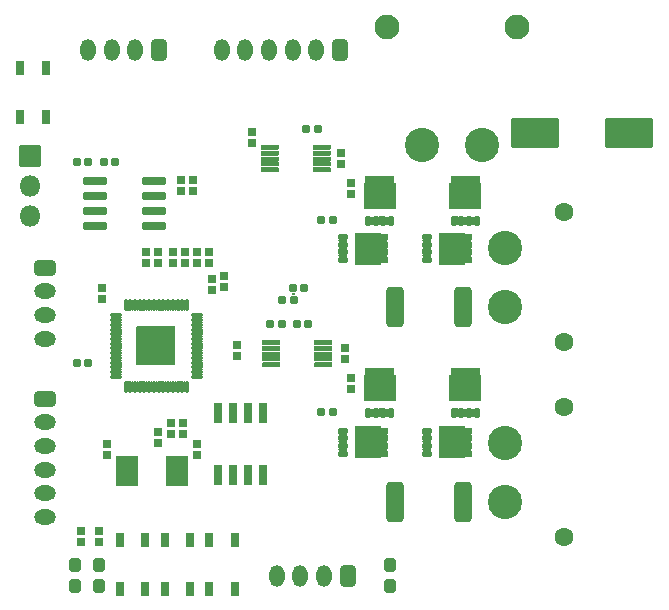
<source format=gts>
G04 #@! TF.GenerationSoftware,KiCad,Pcbnew,(6.0.6)*
G04 #@! TF.CreationDate,2022-09-05T23:03:06+09:00*
G04 #@! TF.ProjectId,RP_MD,52505f4d-442e-46b6-9963-61645f706362,rev?*
G04 #@! TF.SameCoordinates,Original*
G04 #@! TF.FileFunction,Soldermask,Top*
G04 #@! TF.FilePolarity,Negative*
%FSLAX46Y46*%
G04 Gerber Fmt 4.6, Leading zero omitted, Abs format (unit mm)*
G04 Created by KiCad (PCBNEW (6.0.6)) date 2022-09-05 23:03:06*
%MOMM*%
%LPD*%
G01*
G04 APERTURE LIST*
G04 Aperture macros list*
%AMRoundRect*
0 Rectangle with rounded corners*
0 $1 Rounding radius*
0 $2 $3 $4 $5 $6 $7 $8 $9 X,Y pos of 4 corners*
0 Add a 4 corners polygon primitive as box body*
4,1,4,$2,$3,$4,$5,$6,$7,$8,$9,$2,$3,0*
0 Add four circle primitives for the rounded corners*
1,1,$1+$1,$2,$3*
1,1,$1+$1,$4,$5*
1,1,$1+$1,$6,$7*
1,1,$1+$1,$8,$9*
0 Add four rect primitives between the rounded corners*
20,1,$1+$1,$2,$3,$4,$5,0*
20,1,$1+$1,$4,$5,$6,$7,0*
20,1,$1+$1,$6,$7,$8,$9,0*
20,1,$1+$1,$8,$9,$2,$3,0*%
G04 Aperture macros list end*
%ADD10RoundRect,0.198500X-0.172500X0.147500X-0.172500X-0.147500X0.172500X-0.147500X0.172500X0.147500X0*%
%ADD11RoundRect,0.198500X-0.147500X-0.172500X0.147500X-0.172500X0.147500X0.172500X-0.147500X0.172500X0*%
%ADD12RoundRect,0.198500X0.172500X-0.147500X0.172500X0.147500X-0.172500X0.147500X-0.172500X-0.147500X0*%
%ADD13RoundRect,0.198500X0.147500X0.172500X-0.147500X0.172500X-0.147500X-0.172500X0.147500X-0.172500X0*%
%ADD14RoundRect,0.051000X0.700000X0.150000X-0.700000X0.150000X-0.700000X-0.150000X0.700000X-0.150000X0*%
%ADD15RoundRect,0.301000X0.425000X1.425000X-0.425000X1.425000X-0.425000X-1.425000X0.425000X-1.425000X0*%
%ADD16RoundRect,0.051000X-0.437500X-0.100000X0.437500X-0.100000X0.437500X0.100000X-0.437500X0.100000X0*%
%ADD17RoundRect,0.051000X0.100000X-0.437500X0.100000X0.437500X-0.100000X0.437500X-0.100000X-0.437500X0*%
%ADD18RoundRect,0.051000X0.437500X0.100000X-0.437500X0.100000X-0.437500X-0.100000X0.437500X-0.100000X0*%
%ADD19RoundRect,0.051000X-1.600000X-1.600000X1.600000X-1.600000X1.600000X1.600000X-1.600000X1.600000X0*%
%ADD20C,1.602000*%
%ADD21C,2.902000*%
%ADD22RoundRect,0.288500X0.237500X-0.287500X0.237500X0.287500X-0.237500X0.287500X-0.237500X-0.287500X0*%
%ADD23RoundRect,0.301000X0.350000X0.625000X-0.350000X0.625000X-0.350000X-0.625000X0.350000X-0.625000X0*%
%ADD24O,1.302000X1.852000*%
%ADD25RoundRect,0.051000X-0.325000X0.525000X-0.325000X-0.525000X0.325000X-0.525000X0.325000X0.525000X0*%
%ADD26RoundRect,0.051000X0.325000X-0.525000X0.325000X0.525000X-0.325000X0.525000X-0.325000X-0.525000X0*%
%ADD27RoundRect,0.051000X-0.900000X-1.200000X0.900000X-1.200000X0.900000X1.200000X-0.900000X1.200000X0*%
%ADD28RoundRect,0.051000X-0.850000X-0.850000X0.850000X-0.850000X0.850000X0.850000X-0.850000X0.850000X0*%
%ADD29O,1.802000X1.802000*%
%ADD30RoundRect,0.201000X-0.825000X-0.150000X0.825000X-0.150000X0.825000X0.150000X-0.825000X0.150000X0*%
%ADD31RoundRect,0.301000X-0.625000X0.350000X-0.625000X-0.350000X0.625000X-0.350000X0.625000X0.350000X0*%
%ADD32O,1.852000X1.302000*%
%ADD33RoundRect,0.301000X-1.750000X-1.000000X1.750000X-1.000000X1.750000X1.000000X-1.750000X1.000000X0*%
%ADD34C,2.102000*%
%ADD35RoundRect,0.201000X-0.150000X0.675000X-0.150000X-0.675000X0.150000X-0.675000X0.150000X0.675000X0*%
%ADD36RoundRect,0.051000X-0.200000X-0.350000X0.200000X-0.350000X0.200000X0.350000X-0.200000X0.350000X0*%
%ADD37RoundRect,0.051000X-0.200000X-0.300000X0.200000X-0.300000X0.200000X0.300000X-0.200000X0.300000X0*%
%ADD38RoundRect,0.051000X-1.325000X-1.050000X1.325000X-1.050000X1.325000X1.050000X-1.325000X1.050000X0*%
%ADD39RoundRect,0.051000X-0.350000X0.200000X-0.350000X-0.200000X0.350000X-0.200000X0.350000X0.200000X0*%
%ADD40RoundRect,0.051000X-0.300000X0.200000X-0.300000X-0.200000X0.300000X-0.200000X0.300000X0.200000X0*%
%ADD41RoundRect,0.051000X-1.050000X1.325000X-1.050000X-1.325000X1.050000X-1.325000X1.050000X1.325000X0*%
G04 APERTURE END LIST*
D10*
X117094000Y-73937000D03*
X117094000Y-74907000D03*
D11*
X114973000Y-80264000D03*
X115943000Y-80264000D03*
D12*
X121808000Y-71859000D03*
X121808000Y-70889000D03*
X123808000Y-65771000D03*
X123808000Y-64801000D03*
X120792000Y-71859000D03*
X120792000Y-70889000D03*
X124824000Y-65771000D03*
X124824000Y-64801000D03*
D10*
X122936000Y-85367000D03*
X122936000Y-86337000D03*
X125110000Y-70889000D03*
X125110000Y-71859000D03*
X126126000Y-70889000D03*
X126126000Y-71859000D03*
X117490000Y-87145000D03*
X117490000Y-88115000D03*
X125110000Y-87145000D03*
X125110000Y-88115000D03*
X137287000Y-62507000D03*
X137287000Y-63477000D03*
X137668000Y-79017000D03*
X137668000Y-79987000D03*
D11*
X133579000Y-77010000D03*
X134549000Y-77010000D03*
D10*
X127396000Y-72921000D03*
X127396000Y-73891000D03*
D12*
X138176000Y-66017000D03*
X138176000Y-65047000D03*
D13*
X136629000Y-68199000D03*
X135659000Y-68199000D03*
D12*
X129794000Y-61699000D03*
X129794000Y-60729000D03*
D13*
X115911000Y-63254000D03*
X114941000Y-63254000D03*
D11*
X117227000Y-63254000D03*
X118197000Y-63254000D03*
D12*
X121808000Y-87099000D03*
X121808000Y-86129000D03*
X138176000Y-82527000D03*
X138176000Y-81557000D03*
D13*
X136629000Y-84455000D03*
X135659000Y-84455000D03*
D11*
X131341000Y-76962000D03*
X132311000Y-76962000D03*
D14*
X135804000Y-80502000D03*
X135804000Y-80002000D03*
X135804000Y-79502000D03*
X135804000Y-79002000D03*
X135804000Y-78502000D03*
X131404000Y-78502000D03*
X131404000Y-79002000D03*
X131404000Y-79502000D03*
X131404000Y-80002000D03*
X131404000Y-80502000D03*
D15*
X147680000Y-92075000D03*
X141880000Y-92075000D03*
D16*
X118293500Y-76267000D03*
X118293500Y-76667000D03*
X118293500Y-77067000D03*
X118293500Y-77467000D03*
X118293500Y-77867000D03*
X118293500Y-78267000D03*
X118293500Y-78667000D03*
X118293500Y-79067000D03*
X118293500Y-79467000D03*
X118293500Y-79867000D03*
X118293500Y-80267000D03*
X118293500Y-80667000D03*
X118293500Y-81067000D03*
X118293500Y-81467000D03*
D17*
X119081000Y-82304500D03*
X119481000Y-82304500D03*
X119881000Y-82304500D03*
X120281000Y-82304500D03*
X120681000Y-82304500D03*
X121081000Y-82304500D03*
X121481000Y-82304500D03*
X121881000Y-82304500D03*
X122281000Y-82304500D03*
X122681000Y-82304500D03*
X123081000Y-82304500D03*
X123481000Y-82304500D03*
X123881000Y-82304500D03*
X124281000Y-82304500D03*
D18*
X125168500Y-81467000D03*
X125168500Y-81067000D03*
X125168500Y-80667000D03*
X125168500Y-80267000D03*
X125168500Y-79867000D03*
X125168500Y-79467000D03*
X125168500Y-79067000D03*
X125168500Y-78667000D03*
X125168500Y-78267000D03*
X125168500Y-77867000D03*
X125168500Y-77467000D03*
X125168500Y-77067000D03*
X125168500Y-76667000D03*
X125168500Y-76267000D03*
D17*
X124281000Y-75429500D03*
X123881000Y-75429500D03*
X123481000Y-75429500D03*
X123081000Y-75429500D03*
X122681000Y-75429500D03*
X122281000Y-75429500D03*
X121881000Y-75429500D03*
X121481000Y-75429500D03*
X121081000Y-75429500D03*
X120681000Y-75429500D03*
X120281000Y-75429500D03*
X119881000Y-75429500D03*
X119481000Y-75429500D03*
X119081000Y-75429500D03*
D19*
X121681000Y-78867000D03*
D10*
X123078000Y-70889000D03*
X123078000Y-71859000D03*
D12*
X124094000Y-71859000D03*
X124094000Y-70889000D03*
D20*
X156210000Y-67525000D03*
X156210000Y-78525000D03*
D21*
X151210000Y-70525000D03*
X151210000Y-75525000D03*
D22*
X116840000Y-99165000D03*
X116840000Y-97415000D03*
D23*
X121920000Y-53840000D03*
D24*
X119920000Y-53840000D03*
X117920000Y-53840000D03*
X115920000Y-53840000D03*
D12*
X116840000Y-95481000D03*
X116840000Y-94511000D03*
D25*
X120725000Y-99405000D03*
X120725000Y-95255000D03*
X118575000Y-95255000D03*
X118575000Y-99405000D03*
X124535000Y-99405000D03*
X124535000Y-95255000D03*
X122385000Y-95255000D03*
X122385000Y-99405000D03*
D26*
X126179000Y-99405000D03*
X126179000Y-95255000D03*
X128329000Y-95255000D03*
X128329000Y-99405000D03*
D20*
X156210000Y-95035000D03*
X156210000Y-84035000D03*
D21*
X151210000Y-87035000D03*
X151210000Y-92035000D03*
D27*
X119200000Y-89408000D03*
X123400000Y-89408000D03*
D28*
X110998000Y-62738000D03*
D29*
X110998000Y-65278000D03*
X110998000Y-67818000D03*
D15*
X147680000Y-75565000D03*
X141880000Y-75565000D03*
D30*
X116507000Y-64905000D03*
X116507000Y-66175000D03*
X116507000Y-67445000D03*
X116507000Y-68715000D03*
X121457000Y-68715000D03*
X121457000Y-67445000D03*
X121457000Y-66175000D03*
X121457000Y-64905000D03*
D11*
X133246000Y-73978000D03*
X134216000Y-73978000D03*
X132357000Y-74930000D03*
X133327000Y-74930000D03*
D10*
X126380000Y-73175000D03*
X126380000Y-74145000D03*
X128524000Y-78763000D03*
X128524000Y-79733000D03*
D26*
X110177000Y-59479000D03*
X110177000Y-55329000D03*
X112327000Y-59479000D03*
X112327000Y-55329000D03*
D31*
X112220000Y-83330000D03*
D32*
X112220000Y-85330000D03*
X112220000Y-87330000D03*
X112220000Y-89330000D03*
X112220000Y-91330000D03*
X112220000Y-93330000D03*
D23*
X137220000Y-53830000D03*
D24*
X135220000Y-53830000D03*
X133220000Y-53830000D03*
X131220000Y-53830000D03*
X129220000Y-53830000D03*
X127220000Y-53830000D03*
D33*
X153720000Y-60830000D03*
X161720000Y-60830000D03*
D11*
X134389000Y-60452000D03*
X135359000Y-60452000D03*
D14*
X135677000Y-63992000D03*
X135677000Y-63492000D03*
X135677000Y-62992000D03*
X135677000Y-62492000D03*
X135677000Y-61992000D03*
X131277000Y-61992000D03*
X131277000Y-62492000D03*
X131277000Y-62992000D03*
X131277000Y-63492000D03*
X131277000Y-63992000D03*
D12*
X115316000Y-95481000D03*
X115316000Y-94511000D03*
D10*
X123952000Y-85367000D03*
X123952000Y-86337000D03*
D22*
X114808000Y-99173000D03*
X114808000Y-97423000D03*
X141478000Y-99173000D03*
X141478000Y-97423000D03*
D31*
X112230000Y-72240000D03*
D32*
X112230000Y-74240000D03*
X112230000Y-76240000D03*
X112230000Y-78240000D03*
D34*
X152220000Y-51830000D03*
X141220000Y-51830000D03*
D21*
X144220000Y-61830000D03*
X149220000Y-61830000D03*
D35*
X130683000Y-84497000D03*
X129413000Y-84497000D03*
X128143000Y-84497000D03*
X126873000Y-84497000D03*
X126873000Y-89747000D03*
X128143000Y-89747000D03*
X129413000Y-89747000D03*
X130683000Y-89747000D03*
D23*
X137890000Y-98298000D03*
D24*
X135890000Y-98298000D03*
X133890000Y-98298000D03*
X131890000Y-98298000D03*
D36*
X146853000Y-68260000D03*
X148153000Y-68260000D03*
X147503000Y-68260000D03*
X148803000Y-68260000D03*
D37*
X148803000Y-64810000D03*
D38*
X147828000Y-66160000D03*
D37*
X148153000Y-64810000D03*
X147503000Y-64810000D03*
X146853000Y-64810000D03*
D39*
X137480000Y-86670000D03*
X137480000Y-86020000D03*
X137480000Y-87320000D03*
X137480000Y-87970000D03*
D40*
X140930000Y-86670000D03*
X140930000Y-87320000D03*
X140930000Y-86020000D03*
X140930000Y-87970000D03*
D41*
X139580000Y-86995000D03*
D36*
X146853000Y-84516000D03*
X147503000Y-84516000D03*
X148153000Y-84516000D03*
X148803000Y-84516000D03*
D38*
X147828000Y-82416000D03*
D37*
X148153000Y-81066000D03*
X147503000Y-81066000D03*
X146853000Y-81066000D03*
X148803000Y-81066000D03*
D39*
X144592000Y-86020000D03*
X144592000Y-86670000D03*
X144592000Y-87320000D03*
X144592000Y-87970000D03*
D41*
X146692000Y-86995000D03*
D40*
X148042000Y-86670000D03*
X148042000Y-87970000D03*
X148042000Y-87320000D03*
X148042000Y-86020000D03*
D39*
X137480000Y-69637000D03*
X137480000Y-70937000D03*
X137480000Y-70287000D03*
X137480000Y-71587000D03*
D40*
X140930000Y-70937000D03*
X140930000Y-70287000D03*
D41*
X139580000Y-70612000D03*
D40*
X140930000Y-71587000D03*
X140930000Y-69637000D03*
D36*
X139614000Y-68260000D03*
X140264000Y-68260000D03*
X140914000Y-68260000D03*
X141564000Y-68260000D03*
D37*
X140914000Y-64810000D03*
X140264000Y-64810000D03*
X141564000Y-64810000D03*
D38*
X140589000Y-66160000D03*
D37*
X139614000Y-64810000D03*
D39*
X144592000Y-69637000D03*
X144592000Y-70937000D03*
X144592000Y-70287000D03*
X144592000Y-71587000D03*
D41*
X146692000Y-70612000D03*
D40*
X148042000Y-69637000D03*
X148042000Y-70287000D03*
X148042000Y-71587000D03*
X148042000Y-70937000D03*
D36*
X139614000Y-84516000D03*
X140264000Y-84516000D03*
X140914000Y-84516000D03*
X141564000Y-84516000D03*
D38*
X140589000Y-82416000D03*
D37*
X140914000Y-81066000D03*
X139614000Y-81066000D03*
X140264000Y-81066000D03*
X141564000Y-81066000D03*
G36*
X141262840Y-87559418D02*
G01*
X141262507Y-87560660D01*
X141253291Y-87574452D01*
X141255031Y-87575615D01*
X141255916Y-87577409D01*
X141255455Y-87578560D01*
X141240922Y-87595952D01*
X141232296Y-87664670D01*
X141255082Y-87712288D01*
X141254928Y-87714282D01*
X141254389Y-87714814D01*
X141253291Y-87715548D01*
X141262507Y-87729340D01*
X141262638Y-87731336D01*
X141260975Y-87732447D01*
X141259733Y-87732114D01*
X141248738Y-87724767D01*
X141229801Y-87721000D01*
X140681000Y-87721000D01*
X140679268Y-87720000D01*
X140679000Y-87719000D01*
X140679000Y-87571000D01*
X140680000Y-87569268D01*
X140681000Y-87569000D01*
X141229801Y-87569000D01*
X141248738Y-87565233D01*
X141259733Y-87557886D01*
X141261729Y-87557755D01*
X141262840Y-87559418D01*
G37*
G36*
X137100267Y-87557886D02*
G01*
X137111262Y-87565233D01*
X137130199Y-87569000D01*
X137829801Y-87569000D01*
X137848738Y-87565233D01*
X137859733Y-87557886D01*
X137861729Y-87557755D01*
X137862840Y-87559418D01*
X137862507Y-87560660D01*
X137853291Y-87574452D01*
X137855031Y-87575615D01*
X137855916Y-87577409D01*
X137855455Y-87578560D01*
X137840922Y-87595952D01*
X137832296Y-87664670D01*
X137855082Y-87712288D01*
X137854928Y-87714282D01*
X137854389Y-87714814D01*
X137853291Y-87715548D01*
X137862507Y-87729340D01*
X137862638Y-87731336D01*
X137860975Y-87732447D01*
X137859733Y-87732114D01*
X137848738Y-87724767D01*
X137829801Y-87721000D01*
X137130199Y-87721000D01*
X137111262Y-87724767D01*
X137100267Y-87732114D01*
X137098271Y-87732245D01*
X137097160Y-87730582D01*
X137097493Y-87729340D01*
X137106709Y-87715548D01*
X137104969Y-87714385D01*
X137104084Y-87712591D01*
X137104545Y-87711440D01*
X137119078Y-87694048D01*
X137127704Y-87625330D01*
X137104918Y-87577712D01*
X137105072Y-87575718D01*
X137105611Y-87575186D01*
X137106709Y-87574452D01*
X137097493Y-87560660D01*
X137097362Y-87558664D01*
X137099025Y-87557553D01*
X137100267Y-87557886D01*
G37*
G36*
X148374840Y-87559418D02*
G01*
X148374507Y-87560660D01*
X148365291Y-87574452D01*
X148367031Y-87575615D01*
X148367916Y-87577409D01*
X148367455Y-87578560D01*
X148352922Y-87595952D01*
X148344296Y-87664670D01*
X148367082Y-87712288D01*
X148366928Y-87714282D01*
X148366389Y-87714814D01*
X148365291Y-87715548D01*
X148374507Y-87729340D01*
X148374638Y-87731336D01*
X148372975Y-87732447D01*
X148371733Y-87732114D01*
X148360738Y-87724767D01*
X148341801Y-87721000D01*
X147793000Y-87721000D01*
X147791268Y-87720000D01*
X147791000Y-87719000D01*
X147791000Y-87571000D01*
X147792000Y-87569268D01*
X147793000Y-87569000D01*
X148341801Y-87569000D01*
X148360738Y-87565233D01*
X148371733Y-87557886D01*
X148373729Y-87557755D01*
X148374840Y-87559418D01*
G37*
G36*
X144212267Y-87557886D02*
G01*
X144223262Y-87565233D01*
X144242199Y-87569000D01*
X144941801Y-87569000D01*
X144960738Y-87565233D01*
X144971733Y-87557886D01*
X144973729Y-87557755D01*
X144974840Y-87559418D01*
X144974507Y-87560660D01*
X144965291Y-87574452D01*
X144967031Y-87575615D01*
X144967916Y-87577409D01*
X144967455Y-87578560D01*
X144952922Y-87595952D01*
X144944296Y-87664670D01*
X144967082Y-87712288D01*
X144966928Y-87714282D01*
X144966389Y-87714814D01*
X144965291Y-87715548D01*
X144974507Y-87729340D01*
X144974638Y-87731336D01*
X144972975Y-87732447D01*
X144971733Y-87732114D01*
X144960738Y-87724767D01*
X144941801Y-87721000D01*
X144242199Y-87721000D01*
X144223262Y-87724767D01*
X144212267Y-87732114D01*
X144210271Y-87732245D01*
X144209160Y-87730582D01*
X144209493Y-87729340D01*
X144218709Y-87715548D01*
X144216969Y-87714385D01*
X144216084Y-87712591D01*
X144216545Y-87711440D01*
X144231078Y-87694048D01*
X144239704Y-87625330D01*
X144216918Y-87577712D01*
X144217072Y-87575718D01*
X144217611Y-87575186D01*
X144218709Y-87574452D01*
X144209493Y-87560660D01*
X144209362Y-87558664D01*
X144211025Y-87557553D01*
X144212267Y-87557886D01*
G37*
G36*
X144212267Y-86907886D02*
G01*
X144223262Y-86915233D01*
X144242199Y-86919000D01*
X144941801Y-86919000D01*
X144960738Y-86915233D01*
X144971733Y-86907886D01*
X144973729Y-86907755D01*
X144974840Y-86909418D01*
X144974507Y-86910660D01*
X144965291Y-86924452D01*
X144967031Y-86925615D01*
X144967916Y-86927409D01*
X144967455Y-86928560D01*
X144952922Y-86945952D01*
X144944296Y-87014670D01*
X144967082Y-87062288D01*
X144966928Y-87064282D01*
X144966389Y-87064814D01*
X144965291Y-87065548D01*
X144974507Y-87079340D01*
X144974638Y-87081336D01*
X144972975Y-87082447D01*
X144971733Y-87082114D01*
X144960738Y-87074767D01*
X144941801Y-87071000D01*
X144242199Y-87071000D01*
X144223262Y-87074767D01*
X144212267Y-87082114D01*
X144210271Y-87082245D01*
X144209160Y-87080582D01*
X144209493Y-87079340D01*
X144218709Y-87065548D01*
X144216969Y-87064385D01*
X144216084Y-87062591D01*
X144216545Y-87061440D01*
X144231078Y-87044048D01*
X144239704Y-86975330D01*
X144216918Y-86927712D01*
X144217072Y-86925718D01*
X144217611Y-86925186D01*
X144218709Y-86924452D01*
X144209493Y-86910660D01*
X144209362Y-86908664D01*
X144211025Y-86907553D01*
X144212267Y-86907886D01*
G37*
G36*
X137100267Y-86907886D02*
G01*
X137111262Y-86915233D01*
X137130199Y-86919000D01*
X137829801Y-86919000D01*
X137848738Y-86915233D01*
X137859733Y-86907886D01*
X137861729Y-86907755D01*
X137862840Y-86909418D01*
X137862507Y-86910660D01*
X137853291Y-86924452D01*
X137855031Y-86925615D01*
X137855916Y-86927409D01*
X137855455Y-86928560D01*
X137840922Y-86945952D01*
X137832296Y-87014670D01*
X137855082Y-87062288D01*
X137854928Y-87064282D01*
X137854389Y-87064814D01*
X137853291Y-87065548D01*
X137862507Y-87079340D01*
X137862638Y-87081336D01*
X137860975Y-87082447D01*
X137859733Y-87082114D01*
X137848738Y-87074767D01*
X137829801Y-87071000D01*
X137130199Y-87071000D01*
X137111262Y-87074767D01*
X137100267Y-87082114D01*
X137098271Y-87082245D01*
X137097160Y-87080582D01*
X137097493Y-87079340D01*
X137106709Y-87065548D01*
X137104969Y-87064385D01*
X137104084Y-87062591D01*
X137104545Y-87061440D01*
X137119078Y-87044048D01*
X137127704Y-86975330D01*
X137104918Y-86927712D01*
X137105072Y-86925718D01*
X137105611Y-86925186D01*
X137106709Y-86924452D01*
X137097493Y-86910660D01*
X137097362Y-86908664D01*
X137099025Y-86907553D01*
X137100267Y-86907886D01*
G37*
G36*
X141262840Y-86909418D02*
G01*
X141262507Y-86910660D01*
X141253291Y-86924452D01*
X141255031Y-86925615D01*
X141255916Y-86927409D01*
X141255455Y-86928560D01*
X141240922Y-86945952D01*
X141232296Y-87014670D01*
X141255082Y-87062288D01*
X141254928Y-87064282D01*
X141254389Y-87064814D01*
X141253291Y-87065548D01*
X141262507Y-87079340D01*
X141262638Y-87081336D01*
X141260975Y-87082447D01*
X141259733Y-87082114D01*
X141248738Y-87074767D01*
X141229801Y-87071000D01*
X140681000Y-87071000D01*
X140679268Y-87070000D01*
X140679000Y-87069000D01*
X140679000Y-86921000D01*
X140680000Y-86919268D01*
X140681000Y-86919000D01*
X141229801Y-86919000D01*
X141248738Y-86915233D01*
X141259733Y-86907886D01*
X141261729Y-86907755D01*
X141262840Y-86909418D01*
G37*
G36*
X148374840Y-86909418D02*
G01*
X148374507Y-86910660D01*
X148365291Y-86924452D01*
X148367031Y-86925615D01*
X148367916Y-86927409D01*
X148367455Y-86928560D01*
X148352922Y-86945952D01*
X148344296Y-87014670D01*
X148367082Y-87062288D01*
X148366928Y-87064282D01*
X148366389Y-87064814D01*
X148365291Y-87065548D01*
X148374507Y-87079340D01*
X148374638Y-87081336D01*
X148372975Y-87082447D01*
X148371733Y-87082114D01*
X148360738Y-87074767D01*
X148341801Y-87071000D01*
X147793000Y-87071000D01*
X147791268Y-87070000D01*
X147791000Y-87069000D01*
X147791000Y-86921000D01*
X147792000Y-86919268D01*
X147793000Y-86919000D01*
X148341801Y-86919000D01*
X148360738Y-86915233D01*
X148371733Y-86907886D01*
X148373729Y-86907755D01*
X148374840Y-86909418D01*
G37*
G36*
X144212267Y-86257886D02*
G01*
X144223262Y-86265233D01*
X144242199Y-86269000D01*
X144941801Y-86269000D01*
X144960738Y-86265233D01*
X144971733Y-86257886D01*
X144973729Y-86257755D01*
X144974840Y-86259418D01*
X144974507Y-86260660D01*
X144965291Y-86274452D01*
X144967031Y-86275615D01*
X144967916Y-86277409D01*
X144967455Y-86278560D01*
X144952922Y-86295952D01*
X144944296Y-86364670D01*
X144967082Y-86412288D01*
X144966928Y-86414282D01*
X144966389Y-86414814D01*
X144965291Y-86415548D01*
X144974507Y-86429340D01*
X144974638Y-86431336D01*
X144972975Y-86432447D01*
X144971733Y-86432114D01*
X144960738Y-86424767D01*
X144941801Y-86421000D01*
X144242199Y-86421000D01*
X144223262Y-86424767D01*
X144212267Y-86432114D01*
X144210271Y-86432245D01*
X144209160Y-86430582D01*
X144209493Y-86429340D01*
X144218709Y-86415548D01*
X144216969Y-86414385D01*
X144216084Y-86412591D01*
X144216545Y-86411440D01*
X144231078Y-86394048D01*
X144239704Y-86325330D01*
X144216918Y-86277712D01*
X144217072Y-86275718D01*
X144217611Y-86275186D01*
X144218709Y-86274452D01*
X144209493Y-86260660D01*
X144209362Y-86258664D01*
X144211025Y-86257553D01*
X144212267Y-86257886D01*
G37*
G36*
X137100267Y-86257886D02*
G01*
X137111262Y-86265233D01*
X137130199Y-86269000D01*
X137829801Y-86269000D01*
X137848738Y-86265233D01*
X137859733Y-86257886D01*
X137861729Y-86257755D01*
X137862840Y-86259418D01*
X137862507Y-86260660D01*
X137853291Y-86274452D01*
X137855031Y-86275615D01*
X137855916Y-86277409D01*
X137855455Y-86278560D01*
X137840922Y-86295952D01*
X137832296Y-86364670D01*
X137855082Y-86412288D01*
X137854928Y-86414282D01*
X137854389Y-86414814D01*
X137853291Y-86415548D01*
X137862507Y-86429340D01*
X137862638Y-86431336D01*
X137860975Y-86432447D01*
X137859733Y-86432114D01*
X137848738Y-86424767D01*
X137829801Y-86421000D01*
X137130199Y-86421000D01*
X137111262Y-86424767D01*
X137100267Y-86432114D01*
X137098271Y-86432245D01*
X137097160Y-86430582D01*
X137097493Y-86429340D01*
X137106709Y-86415548D01*
X137104969Y-86414385D01*
X137104084Y-86412591D01*
X137104545Y-86411440D01*
X137119078Y-86394048D01*
X137127704Y-86325330D01*
X137104918Y-86277712D01*
X137105072Y-86275718D01*
X137105611Y-86275186D01*
X137106709Y-86274452D01*
X137097493Y-86260660D01*
X137097362Y-86258664D01*
X137099025Y-86257553D01*
X137100267Y-86257886D01*
G37*
G36*
X141262840Y-86259418D02*
G01*
X141262507Y-86260660D01*
X141253291Y-86274452D01*
X141255031Y-86275615D01*
X141255916Y-86277409D01*
X141255455Y-86278560D01*
X141240922Y-86295952D01*
X141232296Y-86364670D01*
X141255082Y-86412288D01*
X141254928Y-86414282D01*
X141254389Y-86414814D01*
X141253291Y-86415548D01*
X141262507Y-86429340D01*
X141262638Y-86431336D01*
X141260975Y-86432447D01*
X141259733Y-86432114D01*
X141248738Y-86424767D01*
X141229801Y-86421000D01*
X140681000Y-86421000D01*
X140679268Y-86420000D01*
X140679000Y-86419000D01*
X140679000Y-86271000D01*
X140680000Y-86269268D01*
X140681000Y-86269000D01*
X141229801Y-86269000D01*
X141248738Y-86265233D01*
X141259733Y-86257886D01*
X141261729Y-86257755D01*
X141262840Y-86259418D01*
G37*
G36*
X148374840Y-86259418D02*
G01*
X148374507Y-86260660D01*
X148365291Y-86274452D01*
X148367031Y-86275615D01*
X148367916Y-86277409D01*
X148367455Y-86278560D01*
X148352922Y-86295952D01*
X148344296Y-86364670D01*
X148367082Y-86412288D01*
X148366928Y-86414282D01*
X148366389Y-86414814D01*
X148365291Y-86415548D01*
X148374507Y-86429340D01*
X148374638Y-86431336D01*
X148372975Y-86432447D01*
X148371733Y-86432114D01*
X148360738Y-86424767D01*
X148341801Y-86421000D01*
X147793000Y-86421000D01*
X147791268Y-86420000D01*
X147791000Y-86419000D01*
X147791000Y-86271000D01*
X147792000Y-86269268D01*
X147793000Y-86269000D01*
X148341801Y-86269000D01*
X148360738Y-86265233D01*
X148371733Y-86257886D01*
X148373729Y-86257755D01*
X148374840Y-86259418D01*
G37*
G36*
X147093660Y-84133493D02*
G01*
X147107452Y-84142709D01*
X147108615Y-84140969D01*
X147110409Y-84140084D01*
X147111560Y-84140545D01*
X147128952Y-84155078D01*
X147197670Y-84163704D01*
X147245288Y-84140918D01*
X147247282Y-84141072D01*
X147247814Y-84141611D01*
X147248548Y-84142709D01*
X147262340Y-84133493D01*
X147264336Y-84133362D01*
X147265447Y-84135025D01*
X147265114Y-84136267D01*
X147257767Y-84147262D01*
X147254000Y-84166199D01*
X147254000Y-84865801D01*
X147257767Y-84884738D01*
X147265114Y-84895733D01*
X147265245Y-84897729D01*
X147263582Y-84898840D01*
X147262340Y-84898507D01*
X147248548Y-84889291D01*
X147247385Y-84891031D01*
X147245591Y-84891916D01*
X147244440Y-84891455D01*
X147227048Y-84876922D01*
X147158330Y-84868296D01*
X147110712Y-84891082D01*
X147108718Y-84890928D01*
X147108186Y-84890389D01*
X147107452Y-84889291D01*
X147093660Y-84898507D01*
X147091664Y-84898638D01*
X147090553Y-84896975D01*
X147090886Y-84895733D01*
X147098233Y-84884738D01*
X147102000Y-84865801D01*
X147102000Y-84166199D01*
X147098233Y-84147262D01*
X147090886Y-84136267D01*
X147090755Y-84134271D01*
X147092418Y-84133160D01*
X147093660Y-84133493D01*
G37*
G36*
X140504660Y-84133493D02*
G01*
X140518452Y-84142709D01*
X140519615Y-84140969D01*
X140521409Y-84140084D01*
X140522560Y-84140545D01*
X140539952Y-84155078D01*
X140608670Y-84163704D01*
X140656288Y-84140918D01*
X140658282Y-84141072D01*
X140658814Y-84141611D01*
X140659548Y-84142709D01*
X140673340Y-84133493D01*
X140675336Y-84133362D01*
X140676447Y-84135025D01*
X140676114Y-84136267D01*
X140668767Y-84147262D01*
X140665000Y-84166199D01*
X140665000Y-84865801D01*
X140668767Y-84884738D01*
X140676114Y-84895733D01*
X140676245Y-84897729D01*
X140674582Y-84898840D01*
X140673340Y-84898507D01*
X140659548Y-84889291D01*
X140658385Y-84891031D01*
X140656591Y-84891916D01*
X140655440Y-84891455D01*
X140638048Y-84876922D01*
X140569330Y-84868296D01*
X140521712Y-84891082D01*
X140519718Y-84890928D01*
X140519186Y-84890389D01*
X140518452Y-84889291D01*
X140504660Y-84898507D01*
X140502664Y-84898638D01*
X140501553Y-84896975D01*
X140501886Y-84895733D01*
X140509233Y-84884738D01*
X140513000Y-84865801D01*
X140513000Y-84166199D01*
X140509233Y-84147262D01*
X140501886Y-84136267D01*
X140501755Y-84134271D01*
X140503418Y-84133160D01*
X140504660Y-84133493D01*
G37*
G36*
X141154660Y-84133493D02*
G01*
X141168452Y-84142709D01*
X141169615Y-84140969D01*
X141171409Y-84140084D01*
X141172560Y-84140545D01*
X141189952Y-84155078D01*
X141258670Y-84163704D01*
X141306288Y-84140918D01*
X141308282Y-84141072D01*
X141308814Y-84141611D01*
X141309548Y-84142709D01*
X141323340Y-84133493D01*
X141325336Y-84133362D01*
X141326447Y-84135025D01*
X141326114Y-84136267D01*
X141318767Y-84147262D01*
X141315000Y-84166199D01*
X141315000Y-84865801D01*
X141318767Y-84884738D01*
X141326114Y-84895733D01*
X141326245Y-84897729D01*
X141324582Y-84898840D01*
X141323340Y-84898507D01*
X141309548Y-84889291D01*
X141308385Y-84891031D01*
X141306591Y-84891916D01*
X141305440Y-84891455D01*
X141288048Y-84876922D01*
X141219330Y-84868296D01*
X141171712Y-84891082D01*
X141169718Y-84890928D01*
X141169186Y-84890389D01*
X141168452Y-84889291D01*
X141154660Y-84898507D01*
X141152664Y-84898638D01*
X141151553Y-84896975D01*
X141151886Y-84895733D01*
X141159233Y-84884738D01*
X141163000Y-84865801D01*
X141163000Y-84166199D01*
X141159233Y-84147262D01*
X141151886Y-84136267D01*
X141151755Y-84134271D01*
X141153418Y-84133160D01*
X141154660Y-84133493D01*
G37*
G36*
X147743660Y-84133493D02*
G01*
X147757452Y-84142709D01*
X147758615Y-84140969D01*
X147760409Y-84140084D01*
X147761560Y-84140545D01*
X147778952Y-84155078D01*
X147847670Y-84163704D01*
X147895288Y-84140918D01*
X147897282Y-84141072D01*
X147897814Y-84141611D01*
X147898548Y-84142709D01*
X147912340Y-84133493D01*
X147914336Y-84133362D01*
X147915447Y-84135025D01*
X147915114Y-84136267D01*
X147907767Y-84147262D01*
X147904000Y-84166199D01*
X147904000Y-84865801D01*
X147907767Y-84884738D01*
X147915114Y-84895733D01*
X147915245Y-84897729D01*
X147913582Y-84898840D01*
X147912340Y-84898507D01*
X147898548Y-84889291D01*
X147897385Y-84891031D01*
X147895591Y-84891916D01*
X147894440Y-84891455D01*
X147877048Y-84876922D01*
X147808330Y-84868296D01*
X147760712Y-84891082D01*
X147758718Y-84890928D01*
X147758186Y-84890389D01*
X147757452Y-84889291D01*
X147743660Y-84898507D01*
X147741664Y-84898638D01*
X147740553Y-84896975D01*
X147740886Y-84895733D01*
X147748233Y-84884738D01*
X147752000Y-84865801D01*
X147752000Y-84166199D01*
X147748233Y-84147262D01*
X147740886Y-84136267D01*
X147740755Y-84134271D01*
X147742418Y-84133160D01*
X147743660Y-84133493D01*
G37*
G36*
X148393660Y-84133493D02*
G01*
X148407452Y-84142709D01*
X148408615Y-84140969D01*
X148410409Y-84140084D01*
X148411560Y-84140545D01*
X148428952Y-84155078D01*
X148497670Y-84163704D01*
X148545288Y-84140918D01*
X148547282Y-84141072D01*
X148547814Y-84141611D01*
X148548548Y-84142709D01*
X148562340Y-84133493D01*
X148564336Y-84133362D01*
X148565447Y-84135025D01*
X148565114Y-84136267D01*
X148557767Y-84147262D01*
X148554000Y-84166199D01*
X148554000Y-84865801D01*
X148557767Y-84884738D01*
X148565114Y-84895733D01*
X148565245Y-84897729D01*
X148563582Y-84898840D01*
X148562340Y-84898507D01*
X148548548Y-84889291D01*
X148547385Y-84891031D01*
X148545591Y-84891916D01*
X148544440Y-84891455D01*
X148527048Y-84876922D01*
X148458330Y-84868296D01*
X148410712Y-84891082D01*
X148408718Y-84890928D01*
X148408186Y-84890389D01*
X148407452Y-84889291D01*
X148393660Y-84898507D01*
X148391664Y-84898638D01*
X148390553Y-84896975D01*
X148390886Y-84895733D01*
X148398233Y-84884738D01*
X148402000Y-84865801D01*
X148402000Y-84166199D01*
X148398233Y-84147262D01*
X148390886Y-84136267D01*
X148390755Y-84134271D01*
X148392418Y-84133160D01*
X148393660Y-84133493D01*
G37*
G36*
X139854660Y-84133493D02*
G01*
X139868452Y-84142709D01*
X139869615Y-84140969D01*
X139871409Y-84140084D01*
X139872560Y-84140545D01*
X139889952Y-84155078D01*
X139958670Y-84163704D01*
X140006288Y-84140918D01*
X140008282Y-84141072D01*
X140008814Y-84141611D01*
X140009548Y-84142709D01*
X140023340Y-84133493D01*
X140025336Y-84133362D01*
X140026447Y-84135025D01*
X140026114Y-84136267D01*
X140018767Y-84147262D01*
X140015000Y-84166199D01*
X140015000Y-84865801D01*
X140018767Y-84884738D01*
X140026114Y-84895733D01*
X140026245Y-84897729D01*
X140024582Y-84898840D01*
X140023340Y-84898507D01*
X140009548Y-84889291D01*
X140008385Y-84891031D01*
X140006591Y-84891916D01*
X140005440Y-84891455D01*
X139988048Y-84876922D01*
X139919330Y-84868296D01*
X139871712Y-84891082D01*
X139869718Y-84890928D01*
X139869186Y-84890389D01*
X139868452Y-84889291D01*
X139854660Y-84898507D01*
X139852664Y-84898638D01*
X139851553Y-84896975D01*
X139851886Y-84895733D01*
X139859233Y-84884738D01*
X139863000Y-84865801D01*
X139863000Y-84166199D01*
X139859233Y-84147262D01*
X139851886Y-84136267D01*
X139851755Y-84134271D01*
X139853418Y-84133160D01*
X139854660Y-84133493D01*
G37*
G36*
X124145633Y-81830517D02*
G01*
X124146197Y-81832436D01*
X124145916Y-81833075D01*
X124135767Y-81848263D01*
X124132000Y-81867199D01*
X124132000Y-82741801D01*
X124135767Y-82760738D01*
X124145814Y-82775773D01*
X124145945Y-82777768D01*
X124144282Y-82778880D01*
X124143553Y-82778793D01*
X124083212Y-82759898D01*
X124018310Y-82778955D01*
X124016367Y-82778483D01*
X124015803Y-82776564D01*
X124016084Y-82775925D01*
X124026233Y-82760737D01*
X124030000Y-82741801D01*
X124030000Y-81867199D01*
X124026233Y-81848262D01*
X124016186Y-81833227D01*
X124016055Y-81831232D01*
X124017718Y-81830120D01*
X124018447Y-81830207D01*
X124078788Y-81849102D01*
X124143690Y-81830045D01*
X124145633Y-81830517D01*
G37*
G36*
X120945633Y-81830517D02*
G01*
X120946197Y-81832436D01*
X120945916Y-81833075D01*
X120935767Y-81848263D01*
X120932000Y-81867199D01*
X120932000Y-82741801D01*
X120935767Y-82760738D01*
X120945814Y-82775773D01*
X120945945Y-82777768D01*
X120944282Y-82778880D01*
X120943553Y-82778793D01*
X120883212Y-82759898D01*
X120818310Y-82778955D01*
X120816367Y-82778483D01*
X120815803Y-82776564D01*
X120816084Y-82775925D01*
X120826233Y-82760737D01*
X120830000Y-82741801D01*
X120830000Y-81867199D01*
X120826233Y-81848262D01*
X120816186Y-81833227D01*
X120816055Y-81831232D01*
X120817718Y-81830120D01*
X120818447Y-81830207D01*
X120878788Y-81849102D01*
X120943690Y-81830045D01*
X120945633Y-81830517D01*
G37*
G36*
X120145633Y-81830517D02*
G01*
X120146197Y-81832436D01*
X120145916Y-81833075D01*
X120135767Y-81848263D01*
X120132000Y-81867199D01*
X120132000Y-82741801D01*
X120135767Y-82760738D01*
X120145814Y-82775773D01*
X120145945Y-82777768D01*
X120144282Y-82778880D01*
X120143553Y-82778793D01*
X120083212Y-82759898D01*
X120018310Y-82778955D01*
X120016367Y-82778483D01*
X120015803Y-82776564D01*
X120016084Y-82775925D01*
X120026233Y-82760737D01*
X120030000Y-82741801D01*
X120030000Y-81867199D01*
X120026233Y-81848262D01*
X120016186Y-81833227D01*
X120016055Y-81831232D01*
X120017718Y-81830120D01*
X120018447Y-81830207D01*
X120078788Y-81849102D01*
X120143690Y-81830045D01*
X120145633Y-81830517D01*
G37*
G36*
X119745633Y-81830517D02*
G01*
X119746197Y-81832436D01*
X119745916Y-81833075D01*
X119735767Y-81848263D01*
X119732000Y-81867199D01*
X119732000Y-82741801D01*
X119735767Y-82760738D01*
X119745814Y-82775773D01*
X119745945Y-82777768D01*
X119744282Y-82778880D01*
X119743553Y-82778793D01*
X119683212Y-82759898D01*
X119618310Y-82778955D01*
X119616367Y-82778483D01*
X119615803Y-82776564D01*
X119616084Y-82775925D01*
X119626233Y-82760737D01*
X119630000Y-82741801D01*
X119630000Y-81867199D01*
X119626233Y-81848262D01*
X119616186Y-81833227D01*
X119616055Y-81831232D01*
X119617718Y-81830120D01*
X119618447Y-81830207D01*
X119678788Y-81849102D01*
X119743690Y-81830045D01*
X119745633Y-81830517D01*
G37*
G36*
X123345633Y-81830517D02*
G01*
X123346197Y-81832436D01*
X123345916Y-81833075D01*
X123335767Y-81848263D01*
X123332000Y-81867199D01*
X123332000Y-82741801D01*
X123335767Y-82760738D01*
X123345814Y-82775773D01*
X123345945Y-82777768D01*
X123344282Y-82778880D01*
X123343553Y-82778793D01*
X123283212Y-82759898D01*
X123218310Y-82778955D01*
X123216367Y-82778483D01*
X123215803Y-82776564D01*
X123216084Y-82775925D01*
X123226233Y-82760737D01*
X123230000Y-82741801D01*
X123230000Y-81867199D01*
X123226233Y-81848262D01*
X123216186Y-81833227D01*
X123216055Y-81831232D01*
X123217718Y-81830120D01*
X123218447Y-81830207D01*
X123278788Y-81849102D01*
X123343690Y-81830045D01*
X123345633Y-81830517D01*
G37*
G36*
X121745633Y-81830517D02*
G01*
X121746197Y-81832436D01*
X121745916Y-81833075D01*
X121735767Y-81848263D01*
X121732000Y-81867199D01*
X121732000Y-82741801D01*
X121735767Y-82760738D01*
X121745814Y-82775773D01*
X121745945Y-82777768D01*
X121744282Y-82778880D01*
X121743553Y-82778793D01*
X121683212Y-82759898D01*
X121618310Y-82778955D01*
X121616367Y-82778483D01*
X121615803Y-82776564D01*
X121616084Y-82775925D01*
X121626233Y-82760737D01*
X121630000Y-82741801D01*
X121630000Y-81867199D01*
X121626233Y-81848262D01*
X121616186Y-81833227D01*
X121616055Y-81831232D01*
X121617718Y-81830120D01*
X121618447Y-81830207D01*
X121678788Y-81849102D01*
X121743690Y-81830045D01*
X121745633Y-81830517D01*
G37*
G36*
X119345633Y-81830517D02*
G01*
X119346197Y-81832436D01*
X119345916Y-81833075D01*
X119335767Y-81848263D01*
X119332000Y-81867199D01*
X119332000Y-82741801D01*
X119335767Y-82760738D01*
X119345814Y-82775773D01*
X119345945Y-82777768D01*
X119344282Y-82778880D01*
X119343553Y-82778793D01*
X119283212Y-82759898D01*
X119218310Y-82778955D01*
X119216367Y-82778483D01*
X119215803Y-82776564D01*
X119216084Y-82775925D01*
X119226233Y-82760737D01*
X119230000Y-82741801D01*
X119230000Y-81867199D01*
X119226233Y-81848262D01*
X119216186Y-81833227D01*
X119216055Y-81831232D01*
X119217718Y-81830120D01*
X119218447Y-81830207D01*
X119278788Y-81849102D01*
X119343690Y-81830045D01*
X119345633Y-81830517D01*
G37*
G36*
X123745633Y-81830517D02*
G01*
X123746197Y-81832436D01*
X123745916Y-81833075D01*
X123735767Y-81848263D01*
X123732000Y-81867199D01*
X123732000Y-82741801D01*
X123735767Y-82760738D01*
X123745814Y-82775773D01*
X123745945Y-82777768D01*
X123744282Y-82778880D01*
X123743553Y-82778793D01*
X123683212Y-82759898D01*
X123618310Y-82778955D01*
X123616367Y-82778483D01*
X123615803Y-82776564D01*
X123616084Y-82775925D01*
X123626233Y-82760737D01*
X123630000Y-82741801D01*
X123630000Y-81867199D01*
X123626233Y-81848262D01*
X123616186Y-81833227D01*
X123616055Y-81831232D01*
X123617718Y-81830120D01*
X123618447Y-81830207D01*
X123678788Y-81849102D01*
X123743690Y-81830045D01*
X123745633Y-81830517D01*
G37*
G36*
X120545633Y-81830517D02*
G01*
X120546197Y-81832436D01*
X120545916Y-81833075D01*
X120535767Y-81848263D01*
X120532000Y-81867199D01*
X120532000Y-82741801D01*
X120535767Y-82760738D01*
X120545814Y-82775773D01*
X120545945Y-82777768D01*
X120544282Y-82778880D01*
X120543553Y-82778793D01*
X120483212Y-82759898D01*
X120418310Y-82778955D01*
X120416367Y-82778483D01*
X120415803Y-82776564D01*
X120416084Y-82775925D01*
X120426233Y-82760737D01*
X120430000Y-82741801D01*
X120430000Y-81867199D01*
X120426233Y-81848262D01*
X120416186Y-81833227D01*
X120416055Y-81831232D01*
X120417718Y-81830120D01*
X120418447Y-81830207D01*
X120478788Y-81849102D01*
X120543690Y-81830045D01*
X120545633Y-81830517D01*
G37*
G36*
X122945633Y-81830517D02*
G01*
X122946197Y-81832436D01*
X122945916Y-81833075D01*
X122935767Y-81848263D01*
X122932000Y-81867199D01*
X122932000Y-82741801D01*
X122935767Y-82760738D01*
X122945814Y-82775773D01*
X122945945Y-82777768D01*
X122944282Y-82778880D01*
X122943553Y-82778793D01*
X122883212Y-82759898D01*
X122818310Y-82778955D01*
X122816367Y-82778483D01*
X122815803Y-82776564D01*
X122816084Y-82775925D01*
X122826233Y-82760737D01*
X122830000Y-82741801D01*
X122830000Y-81867199D01*
X122826233Y-81848262D01*
X122816186Y-81833227D01*
X122816055Y-81831232D01*
X122817718Y-81830120D01*
X122818447Y-81830207D01*
X122878788Y-81849102D01*
X122943690Y-81830045D01*
X122945633Y-81830517D01*
G37*
G36*
X122545633Y-81830517D02*
G01*
X122546197Y-81832436D01*
X122545916Y-81833075D01*
X122535767Y-81848263D01*
X122532000Y-81867199D01*
X122532000Y-82741801D01*
X122535767Y-82760738D01*
X122545814Y-82775773D01*
X122545945Y-82777768D01*
X122544282Y-82778880D01*
X122543553Y-82778793D01*
X122483212Y-82759898D01*
X122418310Y-82778955D01*
X122416367Y-82778483D01*
X122415803Y-82776564D01*
X122416084Y-82775925D01*
X122426233Y-82760737D01*
X122430000Y-82741801D01*
X122430000Y-81867199D01*
X122426233Y-81848262D01*
X122416186Y-81833227D01*
X122416055Y-81831232D01*
X122417718Y-81830120D01*
X122418447Y-81830207D01*
X122478788Y-81849102D01*
X122543690Y-81830045D01*
X122545633Y-81830517D01*
G37*
G36*
X122145633Y-81830517D02*
G01*
X122146197Y-81832436D01*
X122145916Y-81833075D01*
X122135767Y-81848263D01*
X122132000Y-81867199D01*
X122132000Y-82741801D01*
X122135767Y-82760738D01*
X122145814Y-82775773D01*
X122145945Y-82777768D01*
X122144282Y-82778880D01*
X122143553Y-82778793D01*
X122083212Y-82759898D01*
X122018310Y-82778955D01*
X122016367Y-82778483D01*
X122015803Y-82776564D01*
X122016084Y-82775925D01*
X122026233Y-82760737D01*
X122030000Y-82741801D01*
X122030000Y-81867199D01*
X122026233Y-81848262D01*
X122016186Y-81833227D01*
X122016055Y-81831232D01*
X122017718Y-81830120D01*
X122018447Y-81830207D01*
X122078788Y-81849102D01*
X122143690Y-81830045D01*
X122145633Y-81830517D01*
G37*
G36*
X121345633Y-81830517D02*
G01*
X121346197Y-81832436D01*
X121345916Y-81833075D01*
X121335767Y-81848263D01*
X121332000Y-81867199D01*
X121332000Y-82741801D01*
X121335767Y-82760738D01*
X121345814Y-82775773D01*
X121345945Y-82777768D01*
X121344282Y-82778880D01*
X121343553Y-82778793D01*
X121283212Y-82759898D01*
X121218310Y-82778955D01*
X121216367Y-82778483D01*
X121215803Y-82776564D01*
X121216084Y-82775925D01*
X121226233Y-82760737D01*
X121230000Y-82741801D01*
X121230000Y-81867199D01*
X121226233Y-81848262D01*
X121216186Y-81833227D01*
X121216055Y-81831232D01*
X121217718Y-81830120D01*
X121218447Y-81830207D01*
X121278788Y-81849102D01*
X121343690Y-81830045D01*
X121345633Y-81830517D01*
G37*
G36*
X124697075Y-81202084D02*
G01*
X124712263Y-81212233D01*
X124731199Y-81216000D01*
X125605801Y-81216000D01*
X125624738Y-81212233D01*
X125639773Y-81202186D01*
X125641768Y-81202055D01*
X125642880Y-81203718D01*
X125642793Y-81204447D01*
X125623898Y-81264788D01*
X125642955Y-81329690D01*
X125642483Y-81331633D01*
X125640564Y-81332197D01*
X125639925Y-81331916D01*
X125624737Y-81321767D01*
X125605801Y-81318000D01*
X124731199Y-81318000D01*
X124712262Y-81321767D01*
X124697227Y-81331814D01*
X124695232Y-81331945D01*
X124694120Y-81330282D01*
X124694207Y-81329553D01*
X124713102Y-81269212D01*
X124694045Y-81204310D01*
X124694517Y-81202367D01*
X124696436Y-81201803D01*
X124697075Y-81202084D01*
G37*
G36*
X117822075Y-81202084D02*
G01*
X117837263Y-81212233D01*
X117856199Y-81216000D01*
X118730801Y-81216000D01*
X118749738Y-81212233D01*
X118764773Y-81202186D01*
X118766768Y-81202055D01*
X118767880Y-81203718D01*
X118767793Y-81204447D01*
X118748898Y-81264788D01*
X118767955Y-81329690D01*
X118767483Y-81331633D01*
X118765564Y-81332197D01*
X118764925Y-81331916D01*
X118749737Y-81321767D01*
X118730801Y-81318000D01*
X117856199Y-81318000D01*
X117837262Y-81321767D01*
X117822227Y-81331814D01*
X117820232Y-81331945D01*
X117819120Y-81330282D01*
X117819207Y-81329553D01*
X117838102Y-81269212D01*
X117819045Y-81204310D01*
X117819517Y-81202367D01*
X117821436Y-81201803D01*
X117822075Y-81202084D01*
G37*
G36*
X140504660Y-80733493D02*
G01*
X140518452Y-80742709D01*
X140519615Y-80740969D01*
X140521409Y-80740084D01*
X140522560Y-80740545D01*
X140539952Y-80755078D01*
X140608670Y-80763704D01*
X140656288Y-80740918D01*
X140658282Y-80741072D01*
X140658814Y-80741611D01*
X140659548Y-80742709D01*
X140673340Y-80733493D01*
X140675336Y-80733362D01*
X140676447Y-80735025D01*
X140676114Y-80736267D01*
X140668767Y-80747262D01*
X140665000Y-80766199D01*
X140665000Y-81315000D01*
X140664000Y-81316732D01*
X140663000Y-81317000D01*
X140515000Y-81317000D01*
X140513268Y-81316000D01*
X140513000Y-81315000D01*
X140513000Y-80766199D01*
X140509233Y-80747262D01*
X140501886Y-80736267D01*
X140501755Y-80734271D01*
X140503418Y-80733160D01*
X140504660Y-80733493D01*
G37*
G36*
X147743660Y-80733493D02*
G01*
X147757452Y-80742709D01*
X147758615Y-80740969D01*
X147760409Y-80740084D01*
X147761560Y-80740545D01*
X147778952Y-80755078D01*
X147847670Y-80763704D01*
X147895288Y-80740918D01*
X147897282Y-80741072D01*
X147897814Y-80741611D01*
X147898548Y-80742709D01*
X147912340Y-80733493D01*
X147914336Y-80733362D01*
X147915447Y-80735025D01*
X147915114Y-80736267D01*
X147907767Y-80747262D01*
X147904000Y-80766199D01*
X147904000Y-81315000D01*
X147903000Y-81316732D01*
X147902000Y-81317000D01*
X147754000Y-81317000D01*
X147752268Y-81316000D01*
X147752000Y-81315000D01*
X147752000Y-80766199D01*
X147748233Y-80747262D01*
X147740886Y-80736267D01*
X147740755Y-80734271D01*
X147742418Y-80733160D01*
X147743660Y-80733493D01*
G37*
G36*
X141154660Y-80733493D02*
G01*
X141168452Y-80742709D01*
X141169615Y-80740969D01*
X141171409Y-80740084D01*
X141172560Y-80740545D01*
X141189952Y-80755078D01*
X141258670Y-80763704D01*
X141306288Y-80740918D01*
X141308282Y-80741072D01*
X141308814Y-80741611D01*
X141309548Y-80742709D01*
X141323340Y-80733493D01*
X141325336Y-80733362D01*
X141326447Y-80735025D01*
X141326114Y-80736267D01*
X141318767Y-80747262D01*
X141315000Y-80766199D01*
X141315000Y-81315000D01*
X141314000Y-81316732D01*
X141313000Y-81317000D01*
X141165000Y-81317000D01*
X141163268Y-81316000D01*
X141163000Y-81315000D01*
X141163000Y-80766199D01*
X141159233Y-80747262D01*
X141151886Y-80736267D01*
X141151755Y-80734271D01*
X141153418Y-80733160D01*
X141154660Y-80733493D01*
G37*
G36*
X148393660Y-80733493D02*
G01*
X148407452Y-80742709D01*
X148408615Y-80740969D01*
X148410409Y-80740084D01*
X148411560Y-80740545D01*
X148428952Y-80755078D01*
X148497670Y-80763704D01*
X148545288Y-80740918D01*
X148547282Y-80741072D01*
X148547814Y-80741611D01*
X148548548Y-80742709D01*
X148562340Y-80733493D01*
X148564336Y-80733362D01*
X148565447Y-80735025D01*
X148565114Y-80736267D01*
X148557767Y-80747262D01*
X148554000Y-80766199D01*
X148554000Y-81315000D01*
X148553000Y-81316732D01*
X148552000Y-81317000D01*
X148404000Y-81317000D01*
X148402268Y-81316000D01*
X148402000Y-81315000D01*
X148402000Y-80766199D01*
X148398233Y-80747262D01*
X148390886Y-80736267D01*
X148390755Y-80734271D01*
X148392418Y-80733160D01*
X148393660Y-80733493D01*
G37*
G36*
X147093660Y-80733493D02*
G01*
X147107452Y-80742709D01*
X147108615Y-80740969D01*
X147110409Y-80740084D01*
X147111560Y-80740545D01*
X147128952Y-80755078D01*
X147197670Y-80763704D01*
X147245288Y-80740918D01*
X147247282Y-80741072D01*
X147247814Y-80741611D01*
X147248548Y-80742709D01*
X147262340Y-80733493D01*
X147264336Y-80733362D01*
X147265447Y-80735025D01*
X147265114Y-80736267D01*
X147257767Y-80747262D01*
X147254000Y-80766199D01*
X147254000Y-81315000D01*
X147253000Y-81316732D01*
X147252000Y-81317000D01*
X147104000Y-81317000D01*
X147102268Y-81316000D01*
X147102000Y-81315000D01*
X147102000Y-80766199D01*
X147098233Y-80747262D01*
X147090886Y-80736267D01*
X147090755Y-80734271D01*
X147092418Y-80733160D01*
X147093660Y-80733493D01*
G37*
G36*
X139854660Y-80733493D02*
G01*
X139868452Y-80742709D01*
X139869615Y-80740969D01*
X139871409Y-80740084D01*
X139872560Y-80740545D01*
X139889952Y-80755078D01*
X139958670Y-80763704D01*
X140006288Y-80740918D01*
X140008282Y-80741072D01*
X140008814Y-80741611D01*
X140009548Y-80742709D01*
X140023340Y-80733493D01*
X140025336Y-80733362D01*
X140026447Y-80735025D01*
X140026114Y-80736267D01*
X140018767Y-80747262D01*
X140015000Y-80766199D01*
X140015000Y-81315000D01*
X140014000Y-81316732D01*
X140013000Y-81317000D01*
X139865000Y-81317000D01*
X139863268Y-81316000D01*
X139863000Y-81315000D01*
X139863000Y-80766199D01*
X139859233Y-80747262D01*
X139851886Y-80736267D01*
X139851755Y-80734271D01*
X139853418Y-80733160D01*
X139854660Y-80733493D01*
G37*
G36*
X117822075Y-80802084D02*
G01*
X117837263Y-80812233D01*
X117856199Y-80816000D01*
X118730801Y-80816000D01*
X118749738Y-80812233D01*
X118764773Y-80802186D01*
X118766768Y-80802055D01*
X118767880Y-80803718D01*
X118767793Y-80804447D01*
X118748898Y-80864788D01*
X118767955Y-80929690D01*
X118767483Y-80931633D01*
X118765564Y-80932197D01*
X118764925Y-80931916D01*
X118749737Y-80921767D01*
X118730801Y-80918000D01*
X117856199Y-80918000D01*
X117837262Y-80921767D01*
X117822227Y-80931814D01*
X117820232Y-80931945D01*
X117819120Y-80930282D01*
X117819207Y-80929553D01*
X117838102Y-80869212D01*
X117819045Y-80804310D01*
X117819517Y-80802367D01*
X117821436Y-80801803D01*
X117822075Y-80802084D01*
G37*
G36*
X124697075Y-80802084D02*
G01*
X124712263Y-80812233D01*
X124731199Y-80816000D01*
X125605801Y-80816000D01*
X125624738Y-80812233D01*
X125639773Y-80802186D01*
X125641768Y-80802055D01*
X125642880Y-80803718D01*
X125642793Y-80804447D01*
X125623898Y-80864788D01*
X125642955Y-80929690D01*
X125642483Y-80931633D01*
X125640564Y-80932197D01*
X125639925Y-80931916D01*
X125624737Y-80921767D01*
X125605801Y-80918000D01*
X124731199Y-80918000D01*
X124712262Y-80921767D01*
X124697227Y-80931814D01*
X124695232Y-80931945D01*
X124694120Y-80930282D01*
X124694207Y-80929553D01*
X124713102Y-80869212D01*
X124694045Y-80804310D01*
X124694517Y-80802367D01*
X124696436Y-80801803D01*
X124697075Y-80802084D01*
G37*
G36*
X124697075Y-80402084D02*
G01*
X124712263Y-80412233D01*
X124731199Y-80416000D01*
X125605801Y-80416000D01*
X125624738Y-80412233D01*
X125639773Y-80402186D01*
X125641768Y-80402055D01*
X125642880Y-80403718D01*
X125642793Y-80404447D01*
X125623898Y-80464788D01*
X125642955Y-80529690D01*
X125642483Y-80531633D01*
X125640564Y-80532197D01*
X125639925Y-80531916D01*
X125624737Y-80521767D01*
X125605801Y-80518000D01*
X124731199Y-80518000D01*
X124712262Y-80521767D01*
X124697227Y-80531814D01*
X124695232Y-80531945D01*
X124694120Y-80530282D01*
X124694207Y-80529553D01*
X124713102Y-80469212D01*
X124694045Y-80404310D01*
X124694517Y-80402367D01*
X124696436Y-80401803D01*
X124697075Y-80402084D01*
G37*
G36*
X117822075Y-80402084D02*
G01*
X117837263Y-80412233D01*
X117856199Y-80416000D01*
X118730801Y-80416000D01*
X118749738Y-80412233D01*
X118764773Y-80402186D01*
X118766768Y-80402055D01*
X118767880Y-80403718D01*
X118767793Y-80404447D01*
X118748898Y-80464788D01*
X118767955Y-80529690D01*
X118767483Y-80531633D01*
X118765564Y-80532197D01*
X118764925Y-80531916D01*
X118749737Y-80521767D01*
X118730801Y-80518000D01*
X117856199Y-80518000D01*
X117837262Y-80521767D01*
X117822227Y-80531814D01*
X117820232Y-80531945D01*
X117819120Y-80530282D01*
X117819207Y-80529553D01*
X117838102Y-80469212D01*
X117819045Y-80404310D01*
X117819517Y-80402367D01*
X117821436Y-80401803D01*
X117822075Y-80402084D01*
G37*
G36*
X135070075Y-80187084D02*
G01*
X135085263Y-80197233D01*
X135104199Y-80201000D01*
X136503801Y-80201000D01*
X136522738Y-80197233D01*
X136537773Y-80187186D01*
X136539768Y-80187055D01*
X136540880Y-80188718D01*
X136540793Y-80189447D01*
X136521898Y-80249788D01*
X136540955Y-80314690D01*
X136540483Y-80316633D01*
X136538564Y-80317197D01*
X136537925Y-80316916D01*
X136522737Y-80306767D01*
X136503801Y-80303000D01*
X135104199Y-80303000D01*
X135085262Y-80306767D01*
X135070227Y-80316814D01*
X135068232Y-80316945D01*
X135067120Y-80315282D01*
X135067207Y-80314553D01*
X135086102Y-80254212D01*
X135067045Y-80189310D01*
X135067517Y-80187367D01*
X135069436Y-80186803D01*
X135070075Y-80187084D01*
G37*
G36*
X130670075Y-80187084D02*
G01*
X130685263Y-80197233D01*
X130704199Y-80201000D01*
X132103801Y-80201000D01*
X132122738Y-80197233D01*
X132137773Y-80187186D01*
X132139768Y-80187055D01*
X132140880Y-80188718D01*
X132140793Y-80189447D01*
X132121898Y-80249788D01*
X132140955Y-80314690D01*
X132140483Y-80316633D01*
X132138564Y-80317197D01*
X132137925Y-80316916D01*
X132122737Y-80306767D01*
X132103801Y-80303000D01*
X130704199Y-80303000D01*
X130685262Y-80306767D01*
X130670227Y-80316814D01*
X130668232Y-80316945D01*
X130667120Y-80315282D01*
X130667207Y-80314553D01*
X130686102Y-80254212D01*
X130667045Y-80189310D01*
X130667517Y-80187367D01*
X130669436Y-80186803D01*
X130670075Y-80187084D01*
G37*
G36*
X124697075Y-80002084D02*
G01*
X124712263Y-80012233D01*
X124731199Y-80016000D01*
X125605801Y-80016000D01*
X125624738Y-80012233D01*
X125639773Y-80002186D01*
X125641768Y-80002055D01*
X125642880Y-80003718D01*
X125642793Y-80004447D01*
X125623898Y-80064788D01*
X125642955Y-80129690D01*
X125642483Y-80131633D01*
X125640564Y-80132197D01*
X125639925Y-80131916D01*
X125624737Y-80121767D01*
X125605801Y-80118000D01*
X124731199Y-80118000D01*
X124712262Y-80121767D01*
X124697227Y-80131814D01*
X124695232Y-80131945D01*
X124694120Y-80130282D01*
X124694207Y-80129553D01*
X124713102Y-80069212D01*
X124694045Y-80004310D01*
X124694517Y-80002367D01*
X124696436Y-80001803D01*
X124697075Y-80002084D01*
G37*
G36*
X117822075Y-80002084D02*
G01*
X117837263Y-80012233D01*
X117856199Y-80016000D01*
X118730801Y-80016000D01*
X118749738Y-80012233D01*
X118764773Y-80002186D01*
X118766768Y-80002055D01*
X118767880Y-80003718D01*
X118767793Y-80004447D01*
X118748898Y-80064788D01*
X118767955Y-80129690D01*
X118767483Y-80131633D01*
X118765564Y-80132197D01*
X118764925Y-80131916D01*
X118749737Y-80121767D01*
X118730801Y-80118000D01*
X117856199Y-80118000D01*
X117837262Y-80121767D01*
X117822227Y-80131814D01*
X117820232Y-80131945D01*
X117819120Y-80130282D01*
X117819207Y-80129553D01*
X117838102Y-80069212D01*
X117819045Y-80004310D01*
X117819517Y-80002367D01*
X117821436Y-80001803D01*
X117822075Y-80002084D01*
G37*
G36*
X130670075Y-79687084D02*
G01*
X130685263Y-79697233D01*
X130704199Y-79701000D01*
X132103801Y-79701000D01*
X132122738Y-79697233D01*
X132137773Y-79687186D01*
X132139768Y-79687055D01*
X132140880Y-79688718D01*
X132140793Y-79689447D01*
X132121898Y-79749788D01*
X132140955Y-79814690D01*
X132140483Y-79816633D01*
X132138564Y-79817197D01*
X132137925Y-79816916D01*
X132122737Y-79806767D01*
X132103801Y-79803000D01*
X130704199Y-79803000D01*
X130685262Y-79806767D01*
X130670227Y-79816814D01*
X130668232Y-79816945D01*
X130667120Y-79815282D01*
X130667207Y-79814553D01*
X130686102Y-79754212D01*
X130667045Y-79689310D01*
X130667517Y-79687367D01*
X130669436Y-79686803D01*
X130670075Y-79687084D01*
G37*
G36*
X135070075Y-79687084D02*
G01*
X135085263Y-79697233D01*
X135104199Y-79701000D01*
X136503801Y-79701000D01*
X136522738Y-79697233D01*
X136537773Y-79687186D01*
X136539768Y-79687055D01*
X136540880Y-79688718D01*
X136540793Y-79689447D01*
X136521898Y-79749788D01*
X136540955Y-79814690D01*
X136540483Y-79816633D01*
X136538564Y-79817197D01*
X136537925Y-79816916D01*
X136522737Y-79806767D01*
X136503801Y-79803000D01*
X135104199Y-79803000D01*
X135085262Y-79806767D01*
X135070227Y-79816814D01*
X135068232Y-79816945D01*
X135067120Y-79815282D01*
X135067207Y-79814553D01*
X135086102Y-79754212D01*
X135067045Y-79689310D01*
X135067517Y-79687367D01*
X135069436Y-79686803D01*
X135070075Y-79687084D01*
G37*
G36*
X117822075Y-79602084D02*
G01*
X117837263Y-79612233D01*
X117856199Y-79616000D01*
X118730801Y-79616000D01*
X118749738Y-79612233D01*
X118764773Y-79602186D01*
X118766768Y-79602055D01*
X118767880Y-79603718D01*
X118767793Y-79604447D01*
X118748898Y-79664788D01*
X118767955Y-79729690D01*
X118767483Y-79731633D01*
X118765564Y-79732197D01*
X118764925Y-79731916D01*
X118749737Y-79721767D01*
X118730801Y-79718000D01*
X117856199Y-79718000D01*
X117837262Y-79721767D01*
X117822227Y-79731814D01*
X117820232Y-79731945D01*
X117819120Y-79730282D01*
X117819207Y-79729553D01*
X117838102Y-79669212D01*
X117819045Y-79604310D01*
X117819517Y-79602367D01*
X117821436Y-79601803D01*
X117822075Y-79602084D01*
G37*
G36*
X124697075Y-79602084D02*
G01*
X124712263Y-79612233D01*
X124731199Y-79616000D01*
X125605801Y-79616000D01*
X125624738Y-79612233D01*
X125639773Y-79602186D01*
X125641768Y-79602055D01*
X125642880Y-79603718D01*
X125642793Y-79604447D01*
X125623898Y-79664788D01*
X125642955Y-79729690D01*
X125642483Y-79731633D01*
X125640564Y-79732197D01*
X125639925Y-79731916D01*
X125624737Y-79721767D01*
X125605801Y-79718000D01*
X124731199Y-79718000D01*
X124712262Y-79721767D01*
X124697227Y-79731814D01*
X124695232Y-79731945D01*
X124694120Y-79730282D01*
X124694207Y-79729553D01*
X124713102Y-79669212D01*
X124694045Y-79604310D01*
X124694517Y-79602367D01*
X124696436Y-79601803D01*
X124697075Y-79602084D01*
G37*
G36*
X124697075Y-79202084D02*
G01*
X124712263Y-79212233D01*
X124731199Y-79216000D01*
X125605801Y-79216000D01*
X125624738Y-79212233D01*
X125639773Y-79202186D01*
X125641768Y-79202055D01*
X125642880Y-79203718D01*
X125642793Y-79204447D01*
X125623898Y-79264788D01*
X125642955Y-79329690D01*
X125642483Y-79331633D01*
X125640564Y-79332197D01*
X125639925Y-79331916D01*
X125624737Y-79321767D01*
X125605801Y-79318000D01*
X124731199Y-79318000D01*
X124712262Y-79321767D01*
X124697227Y-79331814D01*
X124695232Y-79331945D01*
X124694120Y-79330282D01*
X124694207Y-79329553D01*
X124713102Y-79269212D01*
X124694045Y-79204310D01*
X124694517Y-79202367D01*
X124696436Y-79201803D01*
X124697075Y-79202084D01*
G37*
G36*
X117822075Y-79202084D02*
G01*
X117837263Y-79212233D01*
X117856199Y-79216000D01*
X118730801Y-79216000D01*
X118749738Y-79212233D01*
X118764773Y-79202186D01*
X118766768Y-79202055D01*
X118767880Y-79203718D01*
X118767793Y-79204447D01*
X118748898Y-79264788D01*
X118767955Y-79329690D01*
X118767483Y-79331633D01*
X118765564Y-79332197D01*
X118764925Y-79331916D01*
X118749737Y-79321767D01*
X118730801Y-79318000D01*
X117856199Y-79318000D01*
X117837262Y-79321767D01*
X117822227Y-79331814D01*
X117820232Y-79331945D01*
X117819120Y-79330282D01*
X117819207Y-79329553D01*
X117838102Y-79269212D01*
X117819045Y-79204310D01*
X117819517Y-79202367D01*
X117821436Y-79201803D01*
X117822075Y-79202084D01*
G37*
G36*
X135070075Y-79187084D02*
G01*
X135085263Y-79197233D01*
X135104199Y-79201000D01*
X136503801Y-79201000D01*
X136522738Y-79197233D01*
X136537773Y-79187186D01*
X136539768Y-79187055D01*
X136540880Y-79188718D01*
X136540793Y-79189447D01*
X136521898Y-79249788D01*
X136540955Y-79314690D01*
X136540483Y-79316633D01*
X136538564Y-79317197D01*
X136537925Y-79316916D01*
X136522737Y-79306767D01*
X136503801Y-79303000D01*
X135104199Y-79303000D01*
X135085262Y-79306767D01*
X135070227Y-79316814D01*
X135068232Y-79316945D01*
X135067120Y-79315282D01*
X135067207Y-79314553D01*
X135086102Y-79254212D01*
X135067045Y-79189310D01*
X135067517Y-79187367D01*
X135069436Y-79186803D01*
X135070075Y-79187084D01*
G37*
G36*
X130670075Y-79187084D02*
G01*
X130685263Y-79197233D01*
X130704199Y-79201000D01*
X132103801Y-79201000D01*
X132122738Y-79197233D01*
X132137773Y-79187186D01*
X132139768Y-79187055D01*
X132140880Y-79188718D01*
X132140793Y-79189447D01*
X132121898Y-79249788D01*
X132140955Y-79314690D01*
X132140483Y-79316633D01*
X132138564Y-79317197D01*
X132137925Y-79316916D01*
X132122737Y-79306767D01*
X132103801Y-79303000D01*
X130704199Y-79303000D01*
X130685262Y-79306767D01*
X130670227Y-79316814D01*
X130668232Y-79316945D01*
X130667120Y-79315282D01*
X130667207Y-79314553D01*
X130686102Y-79254212D01*
X130667045Y-79189310D01*
X130667517Y-79187367D01*
X130669436Y-79186803D01*
X130670075Y-79187084D01*
G37*
G36*
X124697075Y-78802084D02*
G01*
X124712263Y-78812233D01*
X124731199Y-78816000D01*
X125605801Y-78816000D01*
X125624738Y-78812233D01*
X125639773Y-78802186D01*
X125641768Y-78802055D01*
X125642880Y-78803718D01*
X125642793Y-78804447D01*
X125623898Y-78864788D01*
X125642955Y-78929690D01*
X125642483Y-78931633D01*
X125640564Y-78932197D01*
X125639925Y-78931916D01*
X125624737Y-78921767D01*
X125605801Y-78918000D01*
X124731199Y-78918000D01*
X124712262Y-78921767D01*
X124697227Y-78931814D01*
X124695232Y-78931945D01*
X124694120Y-78930282D01*
X124694207Y-78929553D01*
X124713102Y-78869212D01*
X124694045Y-78804310D01*
X124694517Y-78802367D01*
X124696436Y-78801803D01*
X124697075Y-78802084D01*
G37*
G36*
X117822075Y-78802084D02*
G01*
X117837263Y-78812233D01*
X117856199Y-78816000D01*
X118730801Y-78816000D01*
X118749738Y-78812233D01*
X118764773Y-78802186D01*
X118766768Y-78802055D01*
X118767880Y-78803718D01*
X118767793Y-78804447D01*
X118748898Y-78864788D01*
X118767955Y-78929690D01*
X118767483Y-78931633D01*
X118765564Y-78932197D01*
X118764925Y-78931916D01*
X118749737Y-78921767D01*
X118730801Y-78918000D01*
X117856199Y-78918000D01*
X117837262Y-78921767D01*
X117822227Y-78931814D01*
X117820232Y-78931945D01*
X117819120Y-78930282D01*
X117819207Y-78929553D01*
X117838102Y-78869212D01*
X117819045Y-78804310D01*
X117819517Y-78802367D01*
X117821436Y-78801803D01*
X117822075Y-78802084D01*
G37*
G36*
X130670075Y-78687084D02*
G01*
X130685263Y-78697233D01*
X130704199Y-78701000D01*
X132103801Y-78701000D01*
X132122738Y-78697233D01*
X132137773Y-78687186D01*
X132139768Y-78687055D01*
X132140880Y-78688718D01*
X132140793Y-78689447D01*
X132121898Y-78749788D01*
X132140955Y-78814690D01*
X132140483Y-78816633D01*
X132138564Y-78817197D01*
X132137925Y-78816916D01*
X132122737Y-78806767D01*
X132103801Y-78803000D01*
X130704199Y-78803000D01*
X130685262Y-78806767D01*
X130670227Y-78816814D01*
X130668232Y-78816945D01*
X130667120Y-78815282D01*
X130667207Y-78814553D01*
X130686102Y-78754212D01*
X130667045Y-78689310D01*
X130667517Y-78687367D01*
X130669436Y-78686803D01*
X130670075Y-78687084D01*
G37*
G36*
X135070075Y-78687084D02*
G01*
X135085263Y-78697233D01*
X135104199Y-78701000D01*
X136503801Y-78701000D01*
X136522738Y-78697233D01*
X136537773Y-78687186D01*
X136539768Y-78687055D01*
X136540880Y-78688718D01*
X136540793Y-78689447D01*
X136521898Y-78749788D01*
X136540955Y-78814690D01*
X136540483Y-78816633D01*
X136538564Y-78817197D01*
X136537925Y-78816916D01*
X136522737Y-78806767D01*
X136503801Y-78803000D01*
X135104199Y-78803000D01*
X135085262Y-78806767D01*
X135070227Y-78816814D01*
X135068232Y-78816945D01*
X135067120Y-78815282D01*
X135067207Y-78814553D01*
X135086102Y-78754212D01*
X135067045Y-78689310D01*
X135067517Y-78687367D01*
X135069436Y-78686803D01*
X135070075Y-78687084D01*
G37*
G36*
X117822075Y-78402084D02*
G01*
X117837263Y-78412233D01*
X117856199Y-78416000D01*
X118730801Y-78416000D01*
X118749738Y-78412233D01*
X118764773Y-78402186D01*
X118766768Y-78402055D01*
X118767880Y-78403718D01*
X118767793Y-78404447D01*
X118748898Y-78464788D01*
X118767955Y-78529690D01*
X118767483Y-78531633D01*
X118765564Y-78532197D01*
X118764925Y-78531916D01*
X118749737Y-78521767D01*
X118730801Y-78518000D01*
X117856199Y-78518000D01*
X117837262Y-78521767D01*
X117822227Y-78531814D01*
X117820232Y-78531945D01*
X117819120Y-78530282D01*
X117819207Y-78529553D01*
X117838102Y-78469212D01*
X117819045Y-78404310D01*
X117819517Y-78402367D01*
X117821436Y-78401803D01*
X117822075Y-78402084D01*
G37*
G36*
X124697075Y-78402084D02*
G01*
X124712263Y-78412233D01*
X124731199Y-78416000D01*
X125605801Y-78416000D01*
X125624738Y-78412233D01*
X125639773Y-78402186D01*
X125641768Y-78402055D01*
X125642880Y-78403718D01*
X125642793Y-78404447D01*
X125623898Y-78464788D01*
X125642955Y-78529690D01*
X125642483Y-78531633D01*
X125640564Y-78532197D01*
X125639925Y-78531916D01*
X125624737Y-78521767D01*
X125605801Y-78518000D01*
X124731199Y-78518000D01*
X124712262Y-78521767D01*
X124697227Y-78531814D01*
X124695232Y-78531945D01*
X124694120Y-78530282D01*
X124694207Y-78529553D01*
X124713102Y-78469212D01*
X124694045Y-78404310D01*
X124694517Y-78402367D01*
X124696436Y-78401803D01*
X124697075Y-78402084D01*
G37*
G36*
X124697075Y-78002084D02*
G01*
X124712263Y-78012233D01*
X124731199Y-78016000D01*
X125605801Y-78016000D01*
X125624738Y-78012233D01*
X125639773Y-78002186D01*
X125641768Y-78002055D01*
X125642880Y-78003718D01*
X125642793Y-78004447D01*
X125623898Y-78064788D01*
X125642955Y-78129690D01*
X125642483Y-78131633D01*
X125640564Y-78132197D01*
X125639925Y-78131916D01*
X125624737Y-78121767D01*
X125605801Y-78118000D01*
X124731199Y-78118000D01*
X124712262Y-78121767D01*
X124697227Y-78131814D01*
X124695232Y-78131945D01*
X124694120Y-78130282D01*
X124694207Y-78129553D01*
X124713102Y-78069212D01*
X124694045Y-78004310D01*
X124694517Y-78002367D01*
X124696436Y-78001803D01*
X124697075Y-78002084D01*
G37*
G36*
X117822075Y-78002084D02*
G01*
X117837263Y-78012233D01*
X117856199Y-78016000D01*
X118730801Y-78016000D01*
X118749738Y-78012233D01*
X118764773Y-78002186D01*
X118766768Y-78002055D01*
X118767880Y-78003718D01*
X118767793Y-78004447D01*
X118748898Y-78064788D01*
X118767955Y-78129690D01*
X118767483Y-78131633D01*
X118765564Y-78132197D01*
X118764925Y-78131916D01*
X118749737Y-78121767D01*
X118730801Y-78118000D01*
X117856199Y-78118000D01*
X117837262Y-78121767D01*
X117822227Y-78131814D01*
X117820232Y-78131945D01*
X117819120Y-78130282D01*
X117819207Y-78129553D01*
X117838102Y-78069212D01*
X117819045Y-78004310D01*
X117819517Y-78002367D01*
X117821436Y-78001803D01*
X117822075Y-78002084D01*
G37*
G36*
X124697075Y-77602084D02*
G01*
X124712263Y-77612233D01*
X124731199Y-77616000D01*
X125605801Y-77616000D01*
X125624738Y-77612233D01*
X125639773Y-77602186D01*
X125641768Y-77602055D01*
X125642880Y-77603718D01*
X125642793Y-77604447D01*
X125623898Y-77664788D01*
X125642955Y-77729690D01*
X125642483Y-77731633D01*
X125640564Y-77732197D01*
X125639925Y-77731916D01*
X125624737Y-77721767D01*
X125605801Y-77718000D01*
X124731199Y-77718000D01*
X124712262Y-77721767D01*
X124697227Y-77731814D01*
X124695232Y-77731945D01*
X124694120Y-77730282D01*
X124694207Y-77729553D01*
X124713102Y-77669212D01*
X124694045Y-77604310D01*
X124694517Y-77602367D01*
X124696436Y-77601803D01*
X124697075Y-77602084D01*
G37*
G36*
X117822075Y-77602084D02*
G01*
X117837263Y-77612233D01*
X117856199Y-77616000D01*
X118730801Y-77616000D01*
X118749738Y-77612233D01*
X118764773Y-77602186D01*
X118766768Y-77602055D01*
X118767880Y-77603718D01*
X118767793Y-77604447D01*
X118748898Y-77664788D01*
X118767955Y-77729690D01*
X118767483Y-77731633D01*
X118765564Y-77732197D01*
X118764925Y-77731916D01*
X118749737Y-77721767D01*
X118730801Y-77718000D01*
X117856199Y-77718000D01*
X117837262Y-77721767D01*
X117822227Y-77731814D01*
X117820232Y-77731945D01*
X117819120Y-77730282D01*
X117819207Y-77729553D01*
X117838102Y-77669212D01*
X117819045Y-77604310D01*
X117819517Y-77602367D01*
X117821436Y-77601803D01*
X117822075Y-77602084D01*
G37*
G36*
X124697075Y-77202084D02*
G01*
X124712263Y-77212233D01*
X124731199Y-77216000D01*
X125605801Y-77216000D01*
X125624738Y-77212233D01*
X125639773Y-77202186D01*
X125641768Y-77202055D01*
X125642880Y-77203718D01*
X125642793Y-77204447D01*
X125623898Y-77264788D01*
X125642955Y-77329690D01*
X125642483Y-77331633D01*
X125640564Y-77332197D01*
X125639925Y-77331916D01*
X125624737Y-77321767D01*
X125605801Y-77318000D01*
X124731199Y-77318000D01*
X124712262Y-77321767D01*
X124697227Y-77331814D01*
X124695232Y-77331945D01*
X124694120Y-77330282D01*
X124694207Y-77329553D01*
X124713102Y-77269212D01*
X124694045Y-77204310D01*
X124694517Y-77202367D01*
X124696436Y-77201803D01*
X124697075Y-77202084D01*
G37*
G36*
X117822075Y-77202084D02*
G01*
X117837263Y-77212233D01*
X117856199Y-77216000D01*
X118730801Y-77216000D01*
X118749738Y-77212233D01*
X118764773Y-77202186D01*
X118766768Y-77202055D01*
X118767880Y-77203718D01*
X118767793Y-77204447D01*
X118748898Y-77264788D01*
X118767955Y-77329690D01*
X118767483Y-77331633D01*
X118765564Y-77332197D01*
X118764925Y-77331916D01*
X118749737Y-77321767D01*
X118730801Y-77318000D01*
X117856199Y-77318000D01*
X117837262Y-77321767D01*
X117822227Y-77331814D01*
X117820232Y-77331945D01*
X117819120Y-77330282D01*
X117819207Y-77329553D01*
X117838102Y-77269212D01*
X117819045Y-77204310D01*
X117819517Y-77202367D01*
X117821436Y-77201803D01*
X117822075Y-77202084D01*
G37*
G36*
X117822075Y-76802084D02*
G01*
X117837263Y-76812233D01*
X117856199Y-76816000D01*
X118730801Y-76816000D01*
X118749738Y-76812233D01*
X118764773Y-76802186D01*
X118766768Y-76802055D01*
X118767880Y-76803718D01*
X118767793Y-76804447D01*
X118748898Y-76864788D01*
X118767955Y-76929690D01*
X118767483Y-76931633D01*
X118765564Y-76932197D01*
X118764925Y-76931916D01*
X118749737Y-76921767D01*
X118730801Y-76918000D01*
X117856199Y-76918000D01*
X117837262Y-76921767D01*
X117822227Y-76931814D01*
X117820232Y-76931945D01*
X117819120Y-76930282D01*
X117819207Y-76929553D01*
X117838102Y-76869212D01*
X117819045Y-76804310D01*
X117819517Y-76802367D01*
X117821436Y-76801803D01*
X117822075Y-76802084D01*
G37*
G36*
X124697075Y-76802084D02*
G01*
X124712263Y-76812233D01*
X124731199Y-76816000D01*
X125605801Y-76816000D01*
X125624738Y-76812233D01*
X125639773Y-76802186D01*
X125641768Y-76802055D01*
X125642880Y-76803718D01*
X125642793Y-76804447D01*
X125623898Y-76864788D01*
X125642955Y-76929690D01*
X125642483Y-76931633D01*
X125640564Y-76932197D01*
X125639925Y-76931916D01*
X125624737Y-76921767D01*
X125605801Y-76918000D01*
X124731199Y-76918000D01*
X124712262Y-76921767D01*
X124697227Y-76931814D01*
X124695232Y-76931945D01*
X124694120Y-76930282D01*
X124694207Y-76929553D01*
X124713102Y-76869212D01*
X124694045Y-76804310D01*
X124694517Y-76802367D01*
X124696436Y-76801803D01*
X124697075Y-76802084D01*
G37*
G36*
X117822075Y-76402084D02*
G01*
X117837263Y-76412233D01*
X117856199Y-76416000D01*
X118730801Y-76416000D01*
X118749738Y-76412233D01*
X118764773Y-76402186D01*
X118766768Y-76402055D01*
X118767880Y-76403718D01*
X118767793Y-76404447D01*
X118748898Y-76464788D01*
X118767955Y-76529690D01*
X118767483Y-76531633D01*
X118765564Y-76532197D01*
X118764925Y-76531916D01*
X118749737Y-76521767D01*
X118730801Y-76518000D01*
X117856199Y-76518000D01*
X117837262Y-76521767D01*
X117822227Y-76531814D01*
X117820232Y-76531945D01*
X117819120Y-76530282D01*
X117819207Y-76529553D01*
X117838102Y-76469212D01*
X117819045Y-76404310D01*
X117819517Y-76402367D01*
X117821436Y-76401803D01*
X117822075Y-76402084D01*
G37*
G36*
X124697075Y-76402084D02*
G01*
X124712263Y-76412233D01*
X124731199Y-76416000D01*
X125605801Y-76416000D01*
X125624738Y-76412233D01*
X125639773Y-76402186D01*
X125641768Y-76402055D01*
X125642880Y-76403718D01*
X125642793Y-76404447D01*
X125623898Y-76464788D01*
X125642955Y-76529690D01*
X125642483Y-76531633D01*
X125640564Y-76532197D01*
X125639925Y-76531916D01*
X125624737Y-76521767D01*
X125605801Y-76518000D01*
X124731199Y-76518000D01*
X124712262Y-76521767D01*
X124697227Y-76531814D01*
X124695232Y-76531945D01*
X124694120Y-76530282D01*
X124694207Y-76529553D01*
X124713102Y-76469212D01*
X124694045Y-76404310D01*
X124694517Y-76402367D01*
X124696436Y-76401803D01*
X124697075Y-76402084D01*
G37*
G36*
X120545633Y-74955517D02*
G01*
X120546197Y-74957436D01*
X120545916Y-74958075D01*
X120535767Y-74973263D01*
X120532000Y-74992199D01*
X120532000Y-75866801D01*
X120535767Y-75885738D01*
X120545814Y-75900773D01*
X120545945Y-75902768D01*
X120544282Y-75903880D01*
X120543553Y-75903793D01*
X120483212Y-75884898D01*
X120418310Y-75903955D01*
X120416367Y-75903483D01*
X120415803Y-75901564D01*
X120416084Y-75900925D01*
X120426233Y-75885737D01*
X120430000Y-75866801D01*
X120430000Y-74992199D01*
X120426233Y-74973262D01*
X120416186Y-74958227D01*
X120416055Y-74956232D01*
X120417718Y-74955120D01*
X120418447Y-74955207D01*
X120478788Y-74974102D01*
X120543690Y-74955045D01*
X120545633Y-74955517D01*
G37*
G36*
X122545633Y-74955517D02*
G01*
X122546197Y-74957436D01*
X122545916Y-74958075D01*
X122535767Y-74973263D01*
X122532000Y-74992199D01*
X122532000Y-75866801D01*
X122535767Y-75885738D01*
X122545814Y-75900773D01*
X122545945Y-75902768D01*
X122544282Y-75903880D01*
X122543553Y-75903793D01*
X122483212Y-75884898D01*
X122418310Y-75903955D01*
X122416367Y-75903483D01*
X122415803Y-75901564D01*
X122416084Y-75900925D01*
X122426233Y-75885737D01*
X122430000Y-75866801D01*
X122430000Y-74992199D01*
X122426233Y-74973262D01*
X122416186Y-74958227D01*
X122416055Y-74956232D01*
X122417718Y-74955120D01*
X122418447Y-74955207D01*
X122478788Y-74974102D01*
X122543690Y-74955045D01*
X122545633Y-74955517D01*
G37*
G36*
X124145633Y-74955517D02*
G01*
X124146197Y-74957436D01*
X124145916Y-74958075D01*
X124135767Y-74973263D01*
X124132000Y-74992199D01*
X124132000Y-75866801D01*
X124135767Y-75885738D01*
X124145814Y-75900773D01*
X124145945Y-75902768D01*
X124144282Y-75903880D01*
X124143553Y-75903793D01*
X124083212Y-75884898D01*
X124018310Y-75903955D01*
X124016367Y-75903483D01*
X124015803Y-75901564D01*
X124016084Y-75900925D01*
X124026233Y-75885737D01*
X124030000Y-75866801D01*
X124030000Y-74992199D01*
X124026233Y-74973262D01*
X124016186Y-74958227D01*
X124016055Y-74956232D01*
X124017718Y-74955120D01*
X124018447Y-74955207D01*
X124078788Y-74974102D01*
X124143690Y-74955045D01*
X124145633Y-74955517D01*
G37*
G36*
X119745633Y-74955517D02*
G01*
X119746197Y-74957436D01*
X119745916Y-74958075D01*
X119735767Y-74973263D01*
X119732000Y-74992199D01*
X119732000Y-75866801D01*
X119735767Y-75885738D01*
X119745814Y-75900773D01*
X119745945Y-75902768D01*
X119744282Y-75903880D01*
X119743553Y-75903793D01*
X119683212Y-75884898D01*
X119618310Y-75903955D01*
X119616367Y-75903483D01*
X119615803Y-75901564D01*
X119616084Y-75900925D01*
X119626233Y-75885737D01*
X119630000Y-75866801D01*
X119630000Y-74992199D01*
X119626233Y-74973262D01*
X119616186Y-74958227D01*
X119616055Y-74956232D01*
X119617718Y-74955120D01*
X119618447Y-74955207D01*
X119678788Y-74974102D01*
X119743690Y-74955045D01*
X119745633Y-74955517D01*
G37*
G36*
X123345633Y-74955517D02*
G01*
X123346197Y-74957436D01*
X123345916Y-74958075D01*
X123335767Y-74973263D01*
X123332000Y-74992199D01*
X123332000Y-75866801D01*
X123335767Y-75885738D01*
X123345814Y-75900773D01*
X123345945Y-75902768D01*
X123344282Y-75903880D01*
X123343553Y-75903793D01*
X123283212Y-75884898D01*
X123218310Y-75903955D01*
X123216367Y-75903483D01*
X123215803Y-75901564D01*
X123216084Y-75900925D01*
X123226233Y-75885737D01*
X123230000Y-75866801D01*
X123230000Y-74992199D01*
X123226233Y-74973262D01*
X123216186Y-74958227D01*
X123216055Y-74956232D01*
X123217718Y-74955120D01*
X123218447Y-74955207D01*
X123278788Y-74974102D01*
X123343690Y-74955045D01*
X123345633Y-74955517D01*
G37*
G36*
X121345633Y-74955517D02*
G01*
X121346197Y-74957436D01*
X121345916Y-74958075D01*
X121335767Y-74973263D01*
X121332000Y-74992199D01*
X121332000Y-75866801D01*
X121335767Y-75885738D01*
X121345814Y-75900773D01*
X121345945Y-75902768D01*
X121344282Y-75903880D01*
X121343553Y-75903793D01*
X121283212Y-75884898D01*
X121218310Y-75903955D01*
X121216367Y-75903483D01*
X121215803Y-75901564D01*
X121216084Y-75900925D01*
X121226233Y-75885737D01*
X121230000Y-75866801D01*
X121230000Y-74992199D01*
X121226233Y-74973262D01*
X121216186Y-74958227D01*
X121216055Y-74956232D01*
X121217718Y-74955120D01*
X121218447Y-74955207D01*
X121278788Y-74974102D01*
X121343690Y-74955045D01*
X121345633Y-74955517D01*
G37*
G36*
X120145633Y-74955517D02*
G01*
X120146197Y-74957436D01*
X120145916Y-74958075D01*
X120135767Y-74973263D01*
X120132000Y-74992199D01*
X120132000Y-75866801D01*
X120135767Y-75885738D01*
X120145814Y-75900773D01*
X120145945Y-75902768D01*
X120144282Y-75903880D01*
X120143553Y-75903793D01*
X120083212Y-75884898D01*
X120018310Y-75903955D01*
X120016367Y-75903483D01*
X120015803Y-75901564D01*
X120016084Y-75900925D01*
X120026233Y-75885737D01*
X120030000Y-75866801D01*
X120030000Y-74992199D01*
X120026233Y-74973262D01*
X120016186Y-74958227D01*
X120016055Y-74956232D01*
X120017718Y-74955120D01*
X120018447Y-74955207D01*
X120078788Y-74974102D01*
X120143690Y-74955045D01*
X120145633Y-74955517D01*
G37*
G36*
X119345633Y-74955517D02*
G01*
X119346197Y-74957436D01*
X119345916Y-74958075D01*
X119335767Y-74973263D01*
X119332000Y-74992199D01*
X119332000Y-75866801D01*
X119335767Y-75885738D01*
X119345814Y-75900773D01*
X119345945Y-75902768D01*
X119344282Y-75903880D01*
X119343553Y-75903793D01*
X119283212Y-75884898D01*
X119218310Y-75903955D01*
X119216367Y-75903483D01*
X119215803Y-75901564D01*
X119216084Y-75900925D01*
X119226233Y-75885737D01*
X119230000Y-75866801D01*
X119230000Y-74992199D01*
X119226233Y-74973262D01*
X119216186Y-74958227D01*
X119216055Y-74956232D01*
X119217718Y-74955120D01*
X119218447Y-74955207D01*
X119278788Y-74974102D01*
X119343690Y-74955045D01*
X119345633Y-74955517D01*
G37*
G36*
X122945633Y-74955517D02*
G01*
X122946197Y-74957436D01*
X122945916Y-74958075D01*
X122935767Y-74973263D01*
X122932000Y-74992199D01*
X122932000Y-75866801D01*
X122935767Y-75885738D01*
X122945814Y-75900773D01*
X122945945Y-75902768D01*
X122944282Y-75903880D01*
X122943553Y-75903793D01*
X122883212Y-75884898D01*
X122818310Y-75903955D01*
X122816367Y-75903483D01*
X122815803Y-75901564D01*
X122816084Y-75900925D01*
X122826233Y-75885737D01*
X122830000Y-75866801D01*
X122830000Y-74992199D01*
X122826233Y-74973262D01*
X122816186Y-74958227D01*
X122816055Y-74956232D01*
X122817718Y-74955120D01*
X122818447Y-74955207D01*
X122878788Y-74974102D01*
X122943690Y-74955045D01*
X122945633Y-74955517D01*
G37*
G36*
X121745633Y-74955517D02*
G01*
X121746197Y-74957436D01*
X121745916Y-74958075D01*
X121735767Y-74973263D01*
X121732000Y-74992199D01*
X121732000Y-75866801D01*
X121735767Y-75885738D01*
X121745814Y-75900773D01*
X121745945Y-75902768D01*
X121744282Y-75903880D01*
X121743553Y-75903793D01*
X121683212Y-75884898D01*
X121618310Y-75903955D01*
X121616367Y-75903483D01*
X121615803Y-75901564D01*
X121616084Y-75900925D01*
X121626233Y-75885737D01*
X121630000Y-75866801D01*
X121630000Y-74992199D01*
X121626233Y-74973262D01*
X121616186Y-74958227D01*
X121616055Y-74956232D01*
X121617718Y-74955120D01*
X121618447Y-74955207D01*
X121678788Y-74974102D01*
X121743690Y-74955045D01*
X121745633Y-74955517D01*
G37*
G36*
X122145633Y-74955517D02*
G01*
X122146197Y-74957436D01*
X122145916Y-74958075D01*
X122135767Y-74973263D01*
X122132000Y-74992199D01*
X122132000Y-75866801D01*
X122135767Y-75885738D01*
X122145814Y-75900773D01*
X122145945Y-75902768D01*
X122144282Y-75903880D01*
X122143553Y-75903793D01*
X122083212Y-75884898D01*
X122018310Y-75903955D01*
X122016367Y-75903483D01*
X122015803Y-75901564D01*
X122016084Y-75900925D01*
X122026233Y-75885737D01*
X122030000Y-75866801D01*
X122030000Y-74992199D01*
X122026233Y-74973262D01*
X122016186Y-74958227D01*
X122016055Y-74956232D01*
X122017718Y-74955120D01*
X122018447Y-74955207D01*
X122078788Y-74974102D01*
X122143690Y-74955045D01*
X122145633Y-74955517D01*
G37*
G36*
X120945633Y-74955517D02*
G01*
X120946197Y-74957436D01*
X120945916Y-74958075D01*
X120935767Y-74973263D01*
X120932000Y-74992199D01*
X120932000Y-75866801D01*
X120935767Y-75885738D01*
X120945814Y-75900773D01*
X120945945Y-75902768D01*
X120944282Y-75903880D01*
X120943553Y-75903793D01*
X120883212Y-75884898D01*
X120818310Y-75903955D01*
X120816367Y-75903483D01*
X120815803Y-75901564D01*
X120816084Y-75900925D01*
X120826233Y-75885737D01*
X120830000Y-75866801D01*
X120830000Y-74992199D01*
X120826233Y-74973262D01*
X120816186Y-74958227D01*
X120816055Y-74956232D01*
X120817718Y-74955120D01*
X120818447Y-74955207D01*
X120878788Y-74974102D01*
X120943690Y-74955045D01*
X120945633Y-74955517D01*
G37*
G36*
X123745633Y-74955517D02*
G01*
X123746197Y-74957436D01*
X123745916Y-74958075D01*
X123735767Y-74973263D01*
X123732000Y-74992199D01*
X123732000Y-75866801D01*
X123735767Y-75885738D01*
X123745814Y-75900773D01*
X123745945Y-75902768D01*
X123744282Y-75903880D01*
X123743553Y-75903793D01*
X123683212Y-75884898D01*
X123618310Y-75903955D01*
X123616367Y-75903483D01*
X123615803Y-75901564D01*
X123616084Y-75900925D01*
X123626233Y-75885737D01*
X123630000Y-75866801D01*
X123630000Y-74992199D01*
X123626233Y-74973262D01*
X123616186Y-74958227D01*
X123616055Y-74956232D01*
X123617718Y-74955120D01*
X123618447Y-74955207D01*
X123678788Y-74974102D01*
X123743690Y-74955045D01*
X123745633Y-74955517D01*
G37*
G36*
X133465014Y-74333755D02*
G01*
X133465404Y-74335717D01*
X133464832Y-74336575D01*
X133421158Y-74375030D01*
X133402173Y-74441634D01*
X133422211Y-74507929D01*
X133475028Y-74552967D01*
X133509166Y-74562624D01*
X133523095Y-74564458D01*
X133523679Y-74564628D01*
X133531806Y-74568418D01*
X133532953Y-74570057D01*
X133532108Y-74571869D01*
X133530571Y-74572193D01*
X133474301Y-74561000D01*
X133179699Y-74561000D01*
X133109880Y-74574888D01*
X133107986Y-74574245D01*
X133107596Y-74572283D01*
X133108168Y-74571425D01*
X133151842Y-74532970D01*
X133170827Y-74466366D01*
X133150789Y-74400071D01*
X133097972Y-74355033D01*
X133063834Y-74345376D01*
X133049905Y-74343542D01*
X133049321Y-74343372D01*
X133041194Y-74339582D01*
X133040047Y-74337943D01*
X133040892Y-74336131D01*
X133042429Y-74335807D01*
X133098699Y-74347000D01*
X133393301Y-74347000D01*
X133463120Y-74333112D01*
X133465014Y-74333755D01*
G37*
G36*
X148374840Y-71176418D02*
G01*
X148374507Y-71177660D01*
X148365291Y-71191452D01*
X148367031Y-71192615D01*
X148367916Y-71194409D01*
X148367455Y-71195560D01*
X148352922Y-71212952D01*
X148344296Y-71281670D01*
X148367082Y-71329288D01*
X148366928Y-71331282D01*
X148366389Y-71331814D01*
X148365291Y-71332548D01*
X148374507Y-71346340D01*
X148374638Y-71348336D01*
X148372975Y-71349447D01*
X148371733Y-71349114D01*
X148360738Y-71341767D01*
X148341801Y-71338000D01*
X147793000Y-71338000D01*
X147791268Y-71337000D01*
X147791000Y-71336000D01*
X147791000Y-71188000D01*
X147792000Y-71186268D01*
X147793000Y-71186000D01*
X148341801Y-71186000D01*
X148360738Y-71182233D01*
X148371733Y-71174886D01*
X148373729Y-71174755D01*
X148374840Y-71176418D01*
G37*
G36*
X144212267Y-71174886D02*
G01*
X144223262Y-71182233D01*
X144242199Y-71186000D01*
X144941801Y-71186000D01*
X144960738Y-71182233D01*
X144971733Y-71174886D01*
X144973729Y-71174755D01*
X144974840Y-71176418D01*
X144974507Y-71177660D01*
X144965291Y-71191452D01*
X144967031Y-71192615D01*
X144967916Y-71194409D01*
X144967455Y-71195560D01*
X144952922Y-71212952D01*
X144944296Y-71281670D01*
X144967082Y-71329288D01*
X144966928Y-71331282D01*
X144966389Y-71331814D01*
X144965291Y-71332548D01*
X144974507Y-71346340D01*
X144974638Y-71348336D01*
X144972975Y-71349447D01*
X144971733Y-71349114D01*
X144960738Y-71341767D01*
X144941801Y-71338000D01*
X144242199Y-71338000D01*
X144223262Y-71341767D01*
X144212267Y-71349114D01*
X144210271Y-71349245D01*
X144209160Y-71347582D01*
X144209493Y-71346340D01*
X144218709Y-71332548D01*
X144216969Y-71331385D01*
X144216084Y-71329591D01*
X144216545Y-71328440D01*
X144231078Y-71311048D01*
X144239704Y-71242330D01*
X144216918Y-71194712D01*
X144217072Y-71192718D01*
X144217611Y-71192186D01*
X144218709Y-71191452D01*
X144209493Y-71177660D01*
X144209362Y-71175664D01*
X144211025Y-71174553D01*
X144212267Y-71174886D01*
G37*
G36*
X137100267Y-71174886D02*
G01*
X137111262Y-71182233D01*
X137130199Y-71186000D01*
X137829801Y-71186000D01*
X137848738Y-71182233D01*
X137859733Y-71174886D01*
X137861729Y-71174755D01*
X137862840Y-71176418D01*
X137862507Y-71177660D01*
X137853291Y-71191452D01*
X137855031Y-71192615D01*
X137855916Y-71194409D01*
X137855455Y-71195560D01*
X137840922Y-71212952D01*
X137832296Y-71281670D01*
X137855082Y-71329288D01*
X137854928Y-71331282D01*
X137854389Y-71331814D01*
X137853291Y-71332548D01*
X137862507Y-71346340D01*
X137862638Y-71348336D01*
X137860975Y-71349447D01*
X137859733Y-71349114D01*
X137848738Y-71341767D01*
X137829801Y-71338000D01*
X137130199Y-71338000D01*
X137111262Y-71341767D01*
X137100267Y-71349114D01*
X137098271Y-71349245D01*
X137097160Y-71347582D01*
X137097493Y-71346340D01*
X137106709Y-71332548D01*
X137104969Y-71331385D01*
X137104084Y-71329591D01*
X137104545Y-71328440D01*
X137119078Y-71311048D01*
X137127704Y-71242330D01*
X137104918Y-71194712D01*
X137105072Y-71192718D01*
X137105611Y-71192186D01*
X137106709Y-71191452D01*
X137097493Y-71177660D01*
X137097362Y-71175664D01*
X137099025Y-71174553D01*
X137100267Y-71174886D01*
G37*
G36*
X141262840Y-71176418D02*
G01*
X141262507Y-71177660D01*
X141253291Y-71191452D01*
X141255031Y-71192615D01*
X141255916Y-71194409D01*
X141255455Y-71195560D01*
X141240922Y-71212952D01*
X141232296Y-71281670D01*
X141255082Y-71329288D01*
X141254928Y-71331282D01*
X141254389Y-71331814D01*
X141253291Y-71332548D01*
X141262507Y-71346340D01*
X141262638Y-71348336D01*
X141260975Y-71349447D01*
X141259733Y-71349114D01*
X141248738Y-71341767D01*
X141229801Y-71338000D01*
X140681000Y-71338000D01*
X140679268Y-71337000D01*
X140679000Y-71336000D01*
X140679000Y-71188000D01*
X140680000Y-71186268D01*
X140681000Y-71186000D01*
X141229801Y-71186000D01*
X141248738Y-71182233D01*
X141259733Y-71174886D01*
X141261729Y-71174755D01*
X141262840Y-71176418D01*
G37*
G36*
X137100267Y-70524886D02*
G01*
X137111262Y-70532233D01*
X137130199Y-70536000D01*
X137829801Y-70536000D01*
X137848738Y-70532233D01*
X137859733Y-70524886D01*
X137861729Y-70524755D01*
X137862840Y-70526418D01*
X137862507Y-70527660D01*
X137853291Y-70541452D01*
X137855031Y-70542615D01*
X137855916Y-70544409D01*
X137855455Y-70545560D01*
X137840922Y-70562952D01*
X137832296Y-70631670D01*
X137855082Y-70679288D01*
X137854928Y-70681282D01*
X137854389Y-70681814D01*
X137853291Y-70682548D01*
X137862507Y-70696340D01*
X137862638Y-70698336D01*
X137860975Y-70699447D01*
X137859733Y-70699114D01*
X137848738Y-70691767D01*
X137829801Y-70688000D01*
X137130199Y-70688000D01*
X137111262Y-70691767D01*
X137100267Y-70699114D01*
X137098271Y-70699245D01*
X137097160Y-70697582D01*
X137097493Y-70696340D01*
X137106709Y-70682548D01*
X137104969Y-70681385D01*
X137104084Y-70679591D01*
X137104545Y-70678440D01*
X137119078Y-70661048D01*
X137127704Y-70592330D01*
X137104918Y-70544712D01*
X137105072Y-70542718D01*
X137105611Y-70542186D01*
X137106709Y-70541452D01*
X137097493Y-70527660D01*
X137097362Y-70525664D01*
X137099025Y-70524553D01*
X137100267Y-70524886D01*
G37*
G36*
X148374840Y-70526418D02*
G01*
X148374507Y-70527660D01*
X148365291Y-70541452D01*
X148367031Y-70542615D01*
X148367916Y-70544409D01*
X148367455Y-70545560D01*
X148352922Y-70562952D01*
X148344296Y-70631670D01*
X148367082Y-70679288D01*
X148366928Y-70681282D01*
X148366389Y-70681814D01*
X148365291Y-70682548D01*
X148374507Y-70696340D01*
X148374638Y-70698336D01*
X148372975Y-70699447D01*
X148371733Y-70699114D01*
X148360738Y-70691767D01*
X148341801Y-70688000D01*
X147793000Y-70688000D01*
X147791268Y-70687000D01*
X147791000Y-70686000D01*
X147791000Y-70538000D01*
X147792000Y-70536268D01*
X147793000Y-70536000D01*
X148341801Y-70536000D01*
X148360738Y-70532233D01*
X148371733Y-70524886D01*
X148373729Y-70524755D01*
X148374840Y-70526418D01*
G37*
G36*
X141262840Y-70526418D02*
G01*
X141262507Y-70527660D01*
X141253291Y-70541452D01*
X141255031Y-70542615D01*
X141255916Y-70544409D01*
X141255455Y-70545560D01*
X141240922Y-70562952D01*
X141232296Y-70631670D01*
X141255082Y-70679288D01*
X141254928Y-70681282D01*
X141254389Y-70681814D01*
X141253291Y-70682548D01*
X141262507Y-70696340D01*
X141262638Y-70698336D01*
X141260975Y-70699447D01*
X141259733Y-70699114D01*
X141248738Y-70691767D01*
X141229801Y-70688000D01*
X140681000Y-70688000D01*
X140679268Y-70687000D01*
X140679000Y-70686000D01*
X140679000Y-70538000D01*
X140680000Y-70536268D01*
X140681000Y-70536000D01*
X141229801Y-70536000D01*
X141248738Y-70532233D01*
X141259733Y-70524886D01*
X141261729Y-70524755D01*
X141262840Y-70526418D01*
G37*
G36*
X144212267Y-70524886D02*
G01*
X144223262Y-70532233D01*
X144242199Y-70536000D01*
X144941801Y-70536000D01*
X144960738Y-70532233D01*
X144971733Y-70524886D01*
X144973729Y-70524755D01*
X144974840Y-70526418D01*
X144974507Y-70527660D01*
X144965291Y-70541452D01*
X144967031Y-70542615D01*
X144967916Y-70544409D01*
X144967455Y-70545560D01*
X144952922Y-70562952D01*
X144944296Y-70631670D01*
X144967082Y-70679288D01*
X144966928Y-70681282D01*
X144966389Y-70681814D01*
X144965291Y-70682548D01*
X144974507Y-70696340D01*
X144974638Y-70698336D01*
X144972975Y-70699447D01*
X144971733Y-70699114D01*
X144960738Y-70691767D01*
X144941801Y-70688000D01*
X144242199Y-70688000D01*
X144223262Y-70691767D01*
X144212267Y-70699114D01*
X144210271Y-70699245D01*
X144209160Y-70697582D01*
X144209493Y-70696340D01*
X144218709Y-70682548D01*
X144216969Y-70681385D01*
X144216084Y-70679591D01*
X144216545Y-70678440D01*
X144231078Y-70661048D01*
X144239704Y-70592330D01*
X144216918Y-70544712D01*
X144217072Y-70542718D01*
X144217611Y-70542186D01*
X144218709Y-70541452D01*
X144209493Y-70527660D01*
X144209362Y-70525664D01*
X144211025Y-70524553D01*
X144212267Y-70524886D01*
G37*
G36*
X137100267Y-69874886D02*
G01*
X137111262Y-69882233D01*
X137130199Y-69886000D01*
X137829801Y-69886000D01*
X137848738Y-69882233D01*
X137859733Y-69874886D01*
X137861729Y-69874755D01*
X137862840Y-69876418D01*
X137862507Y-69877660D01*
X137853291Y-69891452D01*
X137855031Y-69892615D01*
X137855916Y-69894409D01*
X137855455Y-69895560D01*
X137840922Y-69912952D01*
X137832296Y-69981670D01*
X137855082Y-70029288D01*
X137854928Y-70031282D01*
X137854389Y-70031814D01*
X137853291Y-70032548D01*
X137862507Y-70046340D01*
X137862638Y-70048336D01*
X137860975Y-70049447D01*
X137859733Y-70049114D01*
X137848738Y-70041767D01*
X137829801Y-70038000D01*
X137130199Y-70038000D01*
X137111262Y-70041767D01*
X137100267Y-70049114D01*
X137098271Y-70049245D01*
X137097160Y-70047582D01*
X137097493Y-70046340D01*
X137106709Y-70032548D01*
X137104969Y-70031385D01*
X137104084Y-70029591D01*
X137104545Y-70028440D01*
X137119078Y-70011048D01*
X137127704Y-69942330D01*
X137104918Y-69894712D01*
X137105072Y-69892718D01*
X137105611Y-69892186D01*
X137106709Y-69891452D01*
X137097493Y-69877660D01*
X137097362Y-69875664D01*
X137099025Y-69874553D01*
X137100267Y-69874886D01*
G37*
G36*
X144212267Y-69874886D02*
G01*
X144223262Y-69882233D01*
X144242199Y-69886000D01*
X144941801Y-69886000D01*
X144960738Y-69882233D01*
X144971733Y-69874886D01*
X144973729Y-69874755D01*
X144974840Y-69876418D01*
X144974507Y-69877660D01*
X144965291Y-69891452D01*
X144967031Y-69892615D01*
X144967916Y-69894409D01*
X144967455Y-69895560D01*
X144952922Y-69912952D01*
X144944296Y-69981670D01*
X144967082Y-70029288D01*
X144966928Y-70031282D01*
X144966389Y-70031814D01*
X144965291Y-70032548D01*
X144974507Y-70046340D01*
X144974638Y-70048336D01*
X144972975Y-70049447D01*
X144971733Y-70049114D01*
X144960738Y-70041767D01*
X144941801Y-70038000D01*
X144242199Y-70038000D01*
X144223262Y-70041767D01*
X144212267Y-70049114D01*
X144210271Y-70049245D01*
X144209160Y-70047582D01*
X144209493Y-70046340D01*
X144218709Y-70032548D01*
X144216969Y-70031385D01*
X144216084Y-70029591D01*
X144216545Y-70028440D01*
X144231078Y-70011048D01*
X144239704Y-69942330D01*
X144216918Y-69894712D01*
X144217072Y-69892718D01*
X144217611Y-69892186D01*
X144218709Y-69891452D01*
X144209493Y-69877660D01*
X144209362Y-69875664D01*
X144211025Y-69874553D01*
X144212267Y-69874886D01*
G37*
G36*
X141262840Y-69876418D02*
G01*
X141262507Y-69877660D01*
X141253291Y-69891452D01*
X141255031Y-69892615D01*
X141255916Y-69894409D01*
X141255455Y-69895560D01*
X141240922Y-69912952D01*
X141232296Y-69981670D01*
X141255082Y-70029288D01*
X141254928Y-70031282D01*
X141254389Y-70031814D01*
X141253291Y-70032548D01*
X141262507Y-70046340D01*
X141262638Y-70048336D01*
X141260975Y-70049447D01*
X141259733Y-70049114D01*
X141248738Y-70041767D01*
X141229801Y-70038000D01*
X140681000Y-70038000D01*
X140679268Y-70037000D01*
X140679000Y-70036000D01*
X140679000Y-69888000D01*
X140680000Y-69886268D01*
X140681000Y-69886000D01*
X141229801Y-69886000D01*
X141248738Y-69882233D01*
X141259733Y-69874886D01*
X141261729Y-69874755D01*
X141262840Y-69876418D01*
G37*
G36*
X148374840Y-69876418D02*
G01*
X148374507Y-69877660D01*
X148365291Y-69891452D01*
X148367031Y-69892615D01*
X148367916Y-69894409D01*
X148367455Y-69895560D01*
X148352922Y-69912952D01*
X148344296Y-69981670D01*
X148367082Y-70029288D01*
X148366928Y-70031282D01*
X148366389Y-70031814D01*
X148365291Y-70032548D01*
X148374507Y-70046340D01*
X148374638Y-70048336D01*
X148372975Y-70049447D01*
X148371733Y-70049114D01*
X148360738Y-70041767D01*
X148341801Y-70038000D01*
X147793000Y-70038000D01*
X147791268Y-70037000D01*
X147791000Y-70036000D01*
X147791000Y-69888000D01*
X147792000Y-69886268D01*
X147793000Y-69886000D01*
X148341801Y-69886000D01*
X148360738Y-69882233D01*
X148371733Y-69874886D01*
X148373729Y-69874755D01*
X148374840Y-69876418D01*
G37*
G36*
X147743660Y-67877493D02*
G01*
X147757452Y-67886709D01*
X147758615Y-67884969D01*
X147760409Y-67884084D01*
X147761560Y-67884545D01*
X147778952Y-67899078D01*
X147847670Y-67907704D01*
X147895288Y-67884918D01*
X147897282Y-67885072D01*
X147897814Y-67885611D01*
X147898548Y-67886709D01*
X147912340Y-67877493D01*
X147914336Y-67877362D01*
X147915447Y-67879025D01*
X147915114Y-67880267D01*
X147907767Y-67891262D01*
X147904000Y-67910199D01*
X147904000Y-68609801D01*
X147907767Y-68628738D01*
X147915114Y-68639733D01*
X147915245Y-68641729D01*
X147913582Y-68642840D01*
X147912340Y-68642507D01*
X147898548Y-68633291D01*
X147897385Y-68635031D01*
X147895591Y-68635916D01*
X147894440Y-68635455D01*
X147877048Y-68620922D01*
X147808330Y-68612296D01*
X147760712Y-68635082D01*
X147758718Y-68634928D01*
X147758186Y-68634389D01*
X147757452Y-68633291D01*
X147743660Y-68642507D01*
X147741664Y-68642638D01*
X147740553Y-68640975D01*
X147740886Y-68639733D01*
X147748233Y-68628738D01*
X147752000Y-68609801D01*
X147752000Y-67910199D01*
X147748233Y-67891262D01*
X147740886Y-67880267D01*
X147740755Y-67878271D01*
X147742418Y-67877160D01*
X147743660Y-67877493D01*
G37*
G36*
X141154660Y-67877493D02*
G01*
X141168452Y-67886709D01*
X141169615Y-67884969D01*
X141171409Y-67884084D01*
X141172560Y-67884545D01*
X141189952Y-67899078D01*
X141258670Y-67907704D01*
X141306288Y-67884918D01*
X141308282Y-67885072D01*
X141308814Y-67885611D01*
X141309548Y-67886709D01*
X141323340Y-67877493D01*
X141325336Y-67877362D01*
X141326447Y-67879025D01*
X141326114Y-67880267D01*
X141318767Y-67891262D01*
X141315000Y-67910199D01*
X141315000Y-68609801D01*
X141318767Y-68628738D01*
X141326114Y-68639733D01*
X141326245Y-68641729D01*
X141324582Y-68642840D01*
X141323340Y-68642507D01*
X141309548Y-68633291D01*
X141308385Y-68635031D01*
X141306591Y-68635916D01*
X141305440Y-68635455D01*
X141288048Y-68620922D01*
X141219330Y-68612296D01*
X141171712Y-68635082D01*
X141169718Y-68634928D01*
X141169186Y-68634389D01*
X141168452Y-68633291D01*
X141154660Y-68642507D01*
X141152664Y-68642638D01*
X141151553Y-68640975D01*
X141151886Y-68639733D01*
X141159233Y-68628738D01*
X141163000Y-68609801D01*
X141163000Y-67910199D01*
X141159233Y-67891262D01*
X141151886Y-67880267D01*
X141151755Y-67878271D01*
X141153418Y-67877160D01*
X141154660Y-67877493D01*
G37*
G36*
X139854660Y-67877493D02*
G01*
X139868452Y-67886709D01*
X139869615Y-67884969D01*
X139871409Y-67884084D01*
X139872560Y-67884545D01*
X139889952Y-67899078D01*
X139958670Y-67907704D01*
X140006288Y-67884918D01*
X140008282Y-67885072D01*
X140008814Y-67885611D01*
X140009548Y-67886709D01*
X140023340Y-67877493D01*
X140025336Y-67877362D01*
X140026447Y-67879025D01*
X140026114Y-67880267D01*
X140018767Y-67891262D01*
X140015000Y-67910199D01*
X140015000Y-68609801D01*
X140018767Y-68628738D01*
X140026114Y-68639733D01*
X140026245Y-68641729D01*
X140024582Y-68642840D01*
X140023340Y-68642507D01*
X140009548Y-68633291D01*
X140008385Y-68635031D01*
X140006591Y-68635916D01*
X140005440Y-68635455D01*
X139988048Y-68620922D01*
X139919330Y-68612296D01*
X139871712Y-68635082D01*
X139869718Y-68634928D01*
X139869186Y-68634389D01*
X139868452Y-68633291D01*
X139854660Y-68642507D01*
X139852664Y-68642638D01*
X139851553Y-68640975D01*
X139851886Y-68639733D01*
X139859233Y-68628738D01*
X139863000Y-68609801D01*
X139863000Y-67910199D01*
X139859233Y-67891262D01*
X139851886Y-67880267D01*
X139851755Y-67878271D01*
X139853418Y-67877160D01*
X139854660Y-67877493D01*
G37*
G36*
X148393660Y-67877493D02*
G01*
X148407452Y-67886709D01*
X148408615Y-67884969D01*
X148410409Y-67884084D01*
X148411560Y-67884545D01*
X148428952Y-67899078D01*
X148497670Y-67907704D01*
X148545288Y-67884918D01*
X148547282Y-67885072D01*
X148547814Y-67885611D01*
X148548548Y-67886709D01*
X148562340Y-67877493D01*
X148564336Y-67877362D01*
X148565447Y-67879025D01*
X148565114Y-67880267D01*
X148557767Y-67891262D01*
X148554000Y-67910199D01*
X148554000Y-68609801D01*
X148557767Y-68628738D01*
X148565114Y-68639733D01*
X148565245Y-68641729D01*
X148563582Y-68642840D01*
X148562340Y-68642507D01*
X148548548Y-68633291D01*
X148547385Y-68635031D01*
X148545591Y-68635916D01*
X148544440Y-68635455D01*
X148527048Y-68620922D01*
X148458330Y-68612296D01*
X148410712Y-68635082D01*
X148408718Y-68634928D01*
X148408186Y-68634389D01*
X148407452Y-68633291D01*
X148393660Y-68642507D01*
X148391664Y-68642638D01*
X148390553Y-68640975D01*
X148390886Y-68639733D01*
X148398233Y-68628738D01*
X148402000Y-68609801D01*
X148402000Y-67910199D01*
X148398233Y-67891262D01*
X148390886Y-67880267D01*
X148390755Y-67878271D01*
X148392418Y-67877160D01*
X148393660Y-67877493D01*
G37*
G36*
X140504660Y-67877493D02*
G01*
X140518452Y-67886709D01*
X140519615Y-67884969D01*
X140521409Y-67884084D01*
X140522560Y-67884545D01*
X140539952Y-67899078D01*
X140608670Y-67907704D01*
X140656288Y-67884918D01*
X140658282Y-67885072D01*
X140658814Y-67885611D01*
X140659548Y-67886709D01*
X140673340Y-67877493D01*
X140675336Y-67877362D01*
X140676447Y-67879025D01*
X140676114Y-67880267D01*
X140668767Y-67891262D01*
X140665000Y-67910199D01*
X140665000Y-68609801D01*
X140668767Y-68628738D01*
X140676114Y-68639733D01*
X140676245Y-68641729D01*
X140674582Y-68642840D01*
X140673340Y-68642507D01*
X140659548Y-68633291D01*
X140658385Y-68635031D01*
X140656591Y-68635916D01*
X140655440Y-68635455D01*
X140638048Y-68620922D01*
X140569330Y-68612296D01*
X140521712Y-68635082D01*
X140519718Y-68634928D01*
X140519186Y-68634389D01*
X140518452Y-68633291D01*
X140504660Y-68642507D01*
X140502664Y-68642638D01*
X140501553Y-68640975D01*
X140501886Y-68639733D01*
X140509233Y-68628738D01*
X140513000Y-68609801D01*
X140513000Y-67910199D01*
X140509233Y-67891262D01*
X140501886Y-67880267D01*
X140501755Y-67878271D01*
X140503418Y-67877160D01*
X140504660Y-67877493D01*
G37*
G36*
X147093660Y-67877493D02*
G01*
X147107452Y-67886709D01*
X147108615Y-67884969D01*
X147110409Y-67884084D01*
X147111560Y-67884545D01*
X147128952Y-67899078D01*
X147197670Y-67907704D01*
X147245288Y-67884918D01*
X147247282Y-67885072D01*
X147247814Y-67885611D01*
X147248548Y-67886709D01*
X147262340Y-67877493D01*
X147264336Y-67877362D01*
X147265447Y-67879025D01*
X147265114Y-67880267D01*
X147257767Y-67891262D01*
X147254000Y-67910199D01*
X147254000Y-68609801D01*
X147257767Y-68628738D01*
X147265114Y-68639733D01*
X147265245Y-68641729D01*
X147263582Y-68642840D01*
X147262340Y-68642507D01*
X147248548Y-68633291D01*
X147247385Y-68635031D01*
X147245591Y-68635916D01*
X147244440Y-68635455D01*
X147227048Y-68620922D01*
X147158330Y-68612296D01*
X147110712Y-68635082D01*
X147108718Y-68634928D01*
X147108186Y-68634389D01*
X147107452Y-68633291D01*
X147093660Y-68642507D01*
X147091664Y-68642638D01*
X147090553Y-68640975D01*
X147090886Y-68639733D01*
X147098233Y-68628738D01*
X147102000Y-68609801D01*
X147102000Y-67910199D01*
X147098233Y-67891262D01*
X147090886Y-67880267D01*
X147090755Y-67878271D01*
X147092418Y-67877160D01*
X147093660Y-67877493D01*
G37*
G36*
X139854660Y-64477493D02*
G01*
X139868452Y-64486709D01*
X139869615Y-64484969D01*
X139871409Y-64484084D01*
X139872560Y-64484545D01*
X139889952Y-64499078D01*
X139958670Y-64507704D01*
X140006288Y-64484918D01*
X140008282Y-64485072D01*
X140008814Y-64485611D01*
X140009548Y-64486709D01*
X140023340Y-64477493D01*
X140025336Y-64477362D01*
X140026447Y-64479025D01*
X140026114Y-64480267D01*
X140018767Y-64491262D01*
X140015000Y-64510199D01*
X140015000Y-65059000D01*
X140014000Y-65060732D01*
X140013000Y-65061000D01*
X139865000Y-65061000D01*
X139863268Y-65060000D01*
X139863000Y-65059000D01*
X139863000Y-64510199D01*
X139859233Y-64491262D01*
X139851886Y-64480267D01*
X139851755Y-64478271D01*
X139853418Y-64477160D01*
X139854660Y-64477493D01*
G37*
G36*
X147743660Y-64477493D02*
G01*
X147757452Y-64486709D01*
X147758615Y-64484969D01*
X147760409Y-64484084D01*
X147761560Y-64484545D01*
X147778952Y-64499078D01*
X147847670Y-64507704D01*
X147895288Y-64484918D01*
X147897282Y-64485072D01*
X147897814Y-64485611D01*
X147898548Y-64486709D01*
X147912340Y-64477493D01*
X147914336Y-64477362D01*
X147915447Y-64479025D01*
X147915114Y-64480267D01*
X147907767Y-64491262D01*
X147904000Y-64510199D01*
X147904000Y-65059000D01*
X147903000Y-65060732D01*
X147902000Y-65061000D01*
X147754000Y-65061000D01*
X147752268Y-65060000D01*
X147752000Y-65059000D01*
X147752000Y-64510199D01*
X147748233Y-64491262D01*
X147740886Y-64480267D01*
X147740755Y-64478271D01*
X147742418Y-64477160D01*
X147743660Y-64477493D01*
G37*
G36*
X141154660Y-64477493D02*
G01*
X141168452Y-64486709D01*
X141169615Y-64484969D01*
X141171409Y-64484084D01*
X141172560Y-64484545D01*
X141189952Y-64499078D01*
X141258670Y-64507704D01*
X141306288Y-64484918D01*
X141308282Y-64485072D01*
X141308814Y-64485611D01*
X141309548Y-64486709D01*
X141323340Y-64477493D01*
X141325336Y-64477362D01*
X141326447Y-64479025D01*
X141326114Y-64480267D01*
X141318767Y-64491262D01*
X141315000Y-64510199D01*
X141315000Y-65059000D01*
X141314000Y-65060732D01*
X141313000Y-65061000D01*
X141165000Y-65061000D01*
X141163268Y-65060000D01*
X141163000Y-65059000D01*
X141163000Y-64510199D01*
X141159233Y-64491262D01*
X141151886Y-64480267D01*
X141151755Y-64478271D01*
X141153418Y-64477160D01*
X141154660Y-64477493D01*
G37*
G36*
X140504660Y-64477493D02*
G01*
X140518452Y-64486709D01*
X140519615Y-64484969D01*
X140521409Y-64484084D01*
X140522560Y-64484545D01*
X140539952Y-64499078D01*
X140608670Y-64507704D01*
X140656288Y-64484918D01*
X140658282Y-64485072D01*
X140658814Y-64485611D01*
X140659548Y-64486709D01*
X140673340Y-64477493D01*
X140675336Y-64477362D01*
X140676447Y-64479025D01*
X140676114Y-64480267D01*
X140668767Y-64491262D01*
X140665000Y-64510199D01*
X140665000Y-65059000D01*
X140664000Y-65060732D01*
X140663000Y-65061000D01*
X140515000Y-65061000D01*
X140513268Y-65060000D01*
X140513000Y-65059000D01*
X140513000Y-64510199D01*
X140509233Y-64491262D01*
X140501886Y-64480267D01*
X140501755Y-64478271D01*
X140503418Y-64477160D01*
X140504660Y-64477493D01*
G37*
G36*
X147093660Y-64477493D02*
G01*
X147107452Y-64486709D01*
X147108615Y-64484969D01*
X147110409Y-64484084D01*
X147111560Y-64484545D01*
X147128952Y-64499078D01*
X147197670Y-64507704D01*
X147245288Y-64484918D01*
X147247282Y-64485072D01*
X147247814Y-64485611D01*
X147248548Y-64486709D01*
X147262340Y-64477493D01*
X147264336Y-64477362D01*
X147265447Y-64479025D01*
X147265114Y-64480267D01*
X147257767Y-64491262D01*
X147254000Y-64510199D01*
X147254000Y-65059000D01*
X147253000Y-65060732D01*
X147252000Y-65061000D01*
X147104000Y-65061000D01*
X147102268Y-65060000D01*
X147102000Y-65059000D01*
X147102000Y-64510199D01*
X147098233Y-64491262D01*
X147090886Y-64480267D01*
X147090755Y-64478271D01*
X147092418Y-64477160D01*
X147093660Y-64477493D01*
G37*
G36*
X148393660Y-64477493D02*
G01*
X148407452Y-64486709D01*
X148408615Y-64484969D01*
X148410409Y-64484084D01*
X148411560Y-64484545D01*
X148428952Y-64499078D01*
X148497670Y-64507704D01*
X148545288Y-64484918D01*
X148547282Y-64485072D01*
X148547814Y-64485611D01*
X148548548Y-64486709D01*
X148562340Y-64477493D01*
X148564336Y-64477362D01*
X148565447Y-64479025D01*
X148565114Y-64480267D01*
X148557767Y-64491262D01*
X148554000Y-64510199D01*
X148554000Y-65059000D01*
X148553000Y-65060732D01*
X148552000Y-65061000D01*
X148404000Y-65061000D01*
X148402268Y-65060000D01*
X148402000Y-65059000D01*
X148402000Y-64510199D01*
X148398233Y-64491262D01*
X148390886Y-64480267D01*
X148390755Y-64478271D01*
X148392418Y-64477160D01*
X148393660Y-64477493D01*
G37*
G36*
X134943075Y-63677084D02*
G01*
X134958263Y-63687233D01*
X134977199Y-63691000D01*
X136376801Y-63691000D01*
X136395738Y-63687233D01*
X136410773Y-63677186D01*
X136412768Y-63677055D01*
X136413880Y-63678718D01*
X136413793Y-63679447D01*
X136394898Y-63739788D01*
X136413955Y-63804690D01*
X136413483Y-63806633D01*
X136411564Y-63807197D01*
X136410925Y-63806916D01*
X136395737Y-63796767D01*
X136376801Y-63793000D01*
X134977199Y-63793000D01*
X134958262Y-63796767D01*
X134943227Y-63806814D01*
X134941232Y-63806945D01*
X134940120Y-63805282D01*
X134940207Y-63804553D01*
X134959102Y-63744212D01*
X134940045Y-63679310D01*
X134940517Y-63677367D01*
X134942436Y-63676803D01*
X134943075Y-63677084D01*
G37*
G36*
X130543075Y-63677084D02*
G01*
X130558263Y-63687233D01*
X130577199Y-63691000D01*
X131976801Y-63691000D01*
X131995738Y-63687233D01*
X132010773Y-63677186D01*
X132012768Y-63677055D01*
X132013880Y-63678718D01*
X132013793Y-63679447D01*
X131994898Y-63739788D01*
X132013955Y-63804690D01*
X132013483Y-63806633D01*
X132011564Y-63807197D01*
X132010925Y-63806916D01*
X131995737Y-63796767D01*
X131976801Y-63793000D01*
X130577199Y-63793000D01*
X130558262Y-63796767D01*
X130543227Y-63806814D01*
X130541232Y-63806945D01*
X130540120Y-63805282D01*
X130540207Y-63804553D01*
X130559102Y-63744212D01*
X130540045Y-63679310D01*
X130540517Y-63677367D01*
X130542436Y-63676803D01*
X130543075Y-63677084D01*
G37*
G36*
X130543075Y-63177084D02*
G01*
X130558263Y-63187233D01*
X130577199Y-63191000D01*
X131976801Y-63191000D01*
X131995738Y-63187233D01*
X132010773Y-63177186D01*
X132012768Y-63177055D01*
X132013880Y-63178718D01*
X132013793Y-63179447D01*
X131994898Y-63239788D01*
X132013955Y-63304690D01*
X132013483Y-63306633D01*
X132011564Y-63307197D01*
X132010925Y-63306916D01*
X131995737Y-63296767D01*
X131976801Y-63293000D01*
X130577199Y-63293000D01*
X130558262Y-63296767D01*
X130543227Y-63306814D01*
X130541232Y-63306945D01*
X130540120Y-63305282D01*
X130540207Y-63304553D01*
X130559102Y-63244212D01*
X130540045Y-63179310D01*
X130540517Y-63177367D01*
X130542436Y-63176803D01*
X130543075Y-63177084D01*
G37*
G36*
X134943075Y-63177084D02*
G01*
X134958263Y-63187233D01*
X134977199Y-63191000D01*
X136376801Y-63191000D01*
X136395738Y-63187233D01*
X136410773Y-63177186D01*
X136412768Y-63177055D01*
X136413880Y-63178718D01*
X136413793Y-63179447D01*
X136394898Y-63239788D01*
X136413955Y-63304690D01*
X136413483Y-63306633D01*
X136411564Y-63307197D01*
X136410925Y-63306916D01*
X136395737Y-63296767D01*
X136376801Y-63293000D01*
X134977199Y-63293000D01*
X134958262Y-63296767D01*
X134943227Y-63306814D01*
X134941232Y-63306945D01*
X134940120Y-63305282D01*
X134940207Y-63304553D01*
X134959102Y-63244212D01*
X134940045Y-63179310D01*
X134940517Y-63177367D01*
X134942436Y-63176803D01*
X134943075Y-63177084D01*
G37*
G36*
X130543075Y-62677084D02*
G01*
X130558263Y-62687233D01*
X130577199Y-62691000D01*
X131976801Y-62691000D01*
X131995738Y-62687233D01*
X132010773Y-62677186D01*
X132012768Y-62677055D01*
X132013880Y-62678718D01*
X132013793Y-62679447D01*
X131994898Y-62739788D01*
X132013955Y-62804690D01*
X132013483Y-62806633D01*
X132011564Y-62807197D01*
X132010925Y-62806916D01*
X131995737Y-62796767D01*
X131976801Y-62793000D01*
X130577199Y-62793000D01*
X130558262Y-62796767D01*
X130543227Y-62806814D01*
X130541232Y-62806945D01*
X130540120Y-62805282D01*
X130540207Y-62804553D01*
X130559102Y-62744212D01*
X130540045Y-62679310D01*
X130540517Y-62677367D01*
X130542436Y-62676803D01*
X130543075Y-62677084D01*
G37*
G36*
X134943075Y-62677084D02*
G01*
X134958263Y-62687233D01*
X134977199Y-62691000D01*
X136376801Y-62691000D01*
X136395738Y-62687233D01*
X136410773Y-62677186D01*
X136412768Y-62677055D01*
X136413880Y-62678718D01*
X136413793Y-62679447D01*
X136394898Y-62739788D01*
X136413955Y-62804690D01*
X136413483Y-62806633D01*
X136411564Y-62807197D01*
X136410925Y-62806916D01*
X136395737Y-62796767D01*
X136376801Y-62793000D01*
X134977199Y-62793000D01*
X134958262Y-62796767D01*
X134943227Y-62806814D01*
X134941232Y-62806945D01*
X134940120Y-62805282D01*
X134940207Y-62804553D01*
X134959102Y-62744212D01*
X134940045Y-62679310D01*
X134940517Y-62677367D01*
X134942436Y-62676803D01*
X134943075Y-62677084D01*
G37*
G36*
X134943075Y-62177084D02*
G01*
X134958263Y-62187233D01*
X134977199Y-62191000D01*
X136376801Y-62191000D01*
X136395738Y-62187233D01*
X136410773Y-62177186D01*
X136412768Y-62177055D01*
X136413880Y-62178718D01*
X136413793Y-62179447D01*
X136394898Y-62239788D01*
X136413955Y-62304690D01*
X136413483Y-62306633D01*
X136411564Y-62307197D01*
X136410925Y-62306916D01*
X136395737Y-62296767D01*
X136376801Y-62293000D01*
X134977199Y-62293000D01*
X134958262Y-62296767D01*
X134943227Y-62306814D01*
X134941232Y-62306945D01*
X134940120Y-62305282D01*
X134940207Y-62304553D01*
X134959102Y-62244212D01*
X134940045Y-62179310D01*
X134940517Y-62177367D01*
X134942436Y-62176803D01*
X134943075Y-62177084D01*
G37*
G36*
X130543075Y-62177084D02*
G01*
X130558263Y-62187233D01*
X130577199Y-62191000D01*
X131976801Y-62191000D01*
X131995738Y-62187233D01*
X132010773Y-62177186D01*
X132012768Y-62177055D01*
X132013880Y-62178718D01*
X132013793Y-62179447D01*
X131994898Y-62239788D01*
X132013955Y-62304690D01*
X132013483Y-62306633D01*
X132011564Y-62307197D01*
X132010925Y-62306916D01*
X131995737Y-62296767D01*
X131976801Y-62293000D01*
X130577199Y-62293000D01*
X130558262Y-62296767D01*
X130543227Y-62306814D01*
X130541232Y-62306945D01*
X130540120Y-62305282D01*
X130540207Y-62304553D01*
X130559102Y-62244212D01*
X130540045Y-62179310D01*
X130540517Y-62177367D01*
X130542436Y-62176803D01*
X130543075Y-62177084D01*
G37*
M02*

</source>
